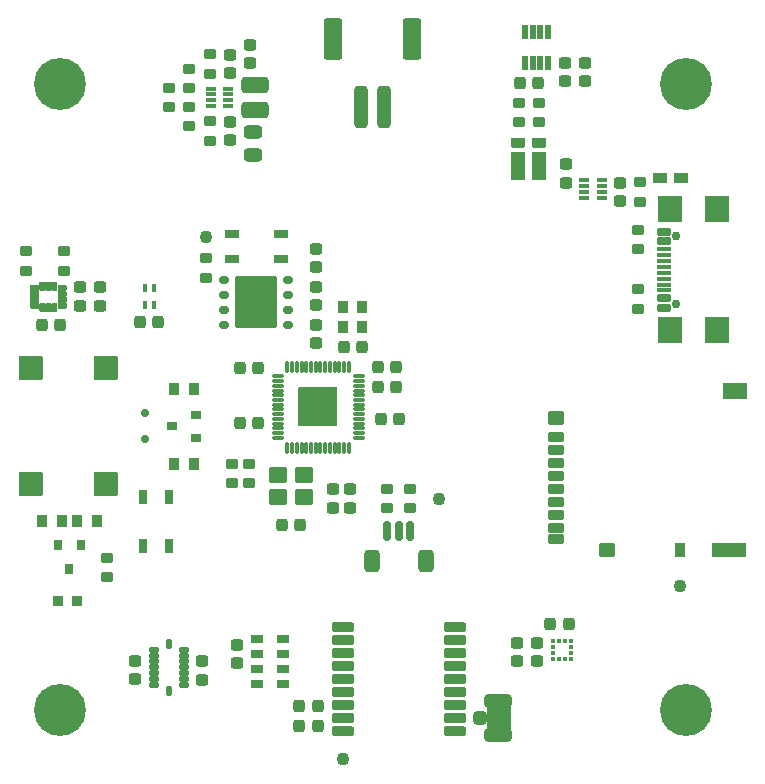
<source format=gbr>
%TF.GenerationSoftware,KiCad,Pcbnew,8.0.4*%
%TF.CreationDate,2024-10-29T22:25:36-05:00*%
%TF.ProjectId,flight-computer-lite,666c6967-6874-42d6-936f-6d7075746572,rev?*%
%TF.SameCoordinates,PX1312d00PY1312d00*%
%TF.FileFunction,Soldermask,Top*%
%TF.FilePolarity,Negative*%
%FSLAX46Y46*%
G04 Gerber Fmt 4.6, Leading zero omitted, Abs format (unit mm)*
G04 Created by KiCad (PCBNEW 8.0.4) date 2024-10-29 22:25:36*
%MOMM*%
%LPD*%
G01*
G04 APERTURE LIST*
G04 Aperture macros list*
%AMRoundRect*
0 Rectangle with rounded corners*
0 $1 Rounding radius*
0 $2 $3 $4 $5 $6 $7 $8 $9 X,Y pos of 4 corners*
0 Add a 4 corners polygon primitive as box body*
4,1,4,$2,$3,$4,$5,$6,$7,$8,$9,$2,$3,0*
0 Add four circle primitives for the rounded corners*
1,1,$1+$1,$2,$3*
1,1,$1+$1,$4,$5*
1,1,$1+$1,$6,$7*
1,1,$1+$1,$8,$9*
0 Add four rect primitives between the rounded corners*
20,1,$1+$1,$2,$3,$4,$5,0*
20,1,$1+$1,$4,$5,$6,$7,0*
20,1,$1+$1,$6,$7,$8,$9,0*
20,1,$1+$1,$8,$9,$2,$3,0*%
G04 Aperture macros list end*
%ADD10C,0.010000*%
%ADD11C,0.751600*%
%ADD12RoundRect,0.175400X0.450400X-0.175400X0.450400X0.175400X-0.450400X0.175400X-0.450400X-0.175400X0*%
%ADD13RoundRect,0.100400X0.525400X-0.100400X0.525400X0.100400X-0.525400X0.100400X-0.525400X-0.100400X0*%
%ADD14RoundRect,0.262700X0.788100X-0.878100X0.788100X0.878100X-0.788100X0.878100X-0.788100X-0.878100X0*%
%ADD15RoundRect,0.200400X-0.750400X-0.200400X0.750400X-0.200400X0.750400X0.200400X-0.750400X0.200400X0*%
%ADD16RoundRect,0.225400X-0.725400X-0.225400X0.725400X-0.225400X0.725400X0.225400X-0.725400X0.225400X0*%
%ADD17RoundRect,0.250400X0.275400X-0.250400X0.275400X0.250400X-0.275400X0.250400X-0.275400X-0.250400X0*%
%ADD18RoundRect,0.050800X0.700000X-0.600000X0.700000X0.600000X-0.700000X0.600000X-0.700000X-0.600000X0*%
%ADD19RoundRect,0.050800X0.500000X-0.400000X0.500000X0.400000X-0.500000X0.400000X-0.500000X-0.400000X0*%
%ADD20RoundRect,0.225400X0.300400X-0.225400X0.300400X0.225400X-0.300400X0.225400X-0.300400X-0.225400X0*%
%ADD21RoundRect,0.225400X-0.225400X-0.300400X0.225400X-0.300400X0.225400X0.300400X-0.225400X0.300400X0*%
%ADD22C,1.101600*%
%ADD23RoundRect,0.250400X-0.250400X-0.275400X0.250400X-0.275400X0.250400X0.275400X-0.250400X0.275400X0*%
%ADD24RoundRect,0.225400X-0.300400X0.225400X-0.300400X-0.225400X0.300400X-0.225400X0.300400X0.225400X0*%
%ADD25RoundRect,0.275400X-0.500400X0.275400X-0.500400X-0.275400X0.500400X-0.275400X0.500400X0.275400X0*%
%ADD26RoundRect,0.050800X0.525000X0.325000X-0.525000X0.325000X-0.525000X-0.325000X0.525000X-0.325000X0*%
%ADD27RoundRect,0.150400X-0.275400X-0.150400X0.275400X-0.150400X0.275400X0.150400X-0.275400X0.150400X0*%
%ADD28RoundRect,0.050800X-1.700000X-2.150000X1.700000X-2.150000X1.700000X2.150000X-1.700000X2.150000X0*%
%ADD29RoundRect,0.050800X-0.125000X0.137500X-0.125000X-0.137500X0.125000X-0.137500X0.125000X0.137500X0*%
%ADD30RoundRect,0.050800X-0.137500X-0.125000X0.137500X-0.125000X0.137500X0.125000X-0.137500X0.125000X0*%
%ADD31RoundRect,0.050800X-0.475000X-0.275000X0.475000X-0.275000X0.475000X0.275000X-0.475000X0.275000X0*%
%ADD32RoundRect,0.250400X-0.275400X0.250400X-0.275400X-0.250400X0.275400X-0.250400X0.275400X0.250400X0*%
%ADD33RoundRect,0.225400X0.225400X0.300400X-0.225400X0.300400X-0.225400X-0.300400X0.225400X-0.300400X0*%
%ADD34C,4.401600*%
%ADD35RoundRect,0.250400X0.250400X0.275400X-0.250400X0.275400X-0.250400X-0.275400X0.250400X-0.275400X0*%
%ADD36RoundRect,0.175400X0.175400X0.650400X-0.175400X0.650400X-0.175400X-0.650400X0.175400X-0.650400X0*%
%ADD37RoundRect,0.271166X0.379634X0.679634X-0.379634X0.679634X-0.379634X-0.679634X0.379634X-0.679634X0*%
%ADD38RoundRect,0.050800X0.335000X0.150000X-0.335000X0.150000X-0.335000X-0.150000X0.335000X-0.150000X0*%
%ADD39RoundRect,0.050800X-0.325000X0.525000X-0.325000X-0.525000X0.325000X-0.525000X0.325000X0.525000X0*%
%ADD40RoundRect,0.050800X-0.400000X0.375000X-0.400000X-0.375000X0.400000X-0.375000X0.400000X0.375000X0*%
%ADD41RoundRect,0.050800X-0.335000X-0.150000X0.335000X-0.150000X0.335000X0.150000X-0.335000X0.150000X0*%
%ADD42RoundRect,0.050800X-0.150000X0.250000X-0.150000X-0.250000X0.150000X-0.250000X0.150000X0.250000X0*%
%ADD43RoundRect,0.050800X0.507000X-0.381000X0.507000X0.381000X-0.507000X0.381000X-0.507000X-0.381000X0*%
%ADD44RoundRect,0.050800X-0.507000X-1.145000X0.507000X-1.145000X0.507000X1.145000X-0.507000X1.145000X0*%
%ADD45RoundRect,0.050800X0.600000X-0.350000X0.600000X0.350000X-0.600000X0.350000X-0.600000X-0.350000X0*%
%ADD46RoundRect,0.050800X0.400000X-0.500000X0.400000X0.500000X-0.400000X0.500000X-0.400000X-0.500000X0*%
%ADD47RoundRect,0.050800X0.600000X-0.500000X0.600000X0.500000X-0.600000X0.500000X-0.600000X-0.500000X0*%
%ADD48RoundRect,0.050800X1.400000X-0.500000X1.400000X0.500000X-1.400000X0.500000X-1.400000X-0.500000X0*%
%ADD49RoundRect,0.050800X0.950000X-0.650000X0.950000X0.650000X-0.950000X0.650000X-0.950000X-0.650000X0*%
%ADD50RoundRect,0.050800X0.225000X-0.525000X0.225000X0.525000X-0.225000X0.525000X-0.225000X-0.525000X0*%
%ADD51RoundRect,0.150400X-0.150400X0.150400X-0.150400X-0.150400X0.150400X-0.150400X0.150400X0.150400X0*%
%ADD52RoundRect,0.275400X0.275400X1.525400X-0.275400X1.525400X-0.275400X-1.525400X0.275400X-1.525400X0*%
%ADD53RoundRect,0.266934X0.533866X1.483866X-0.533866X1.483866X-0.533866X-1.483866X0.533866X-1.483866X0*%
%ADD54RoundRect,0.050800X0.300000X0.350000X-0.300000X0.350000X-0.300000X-0.350000X0.300000X-0.350000X0*%
%ADD55RoundRect,0.270320X-0.880480X0.405480X-0.880480X-0.405480X0.880480X-0.405480X0.880480X0.405480X0*%
%ADD56RoundRect,0.075400X-0.412900X-0.075400X0.412900X-0.075400X0.412900X0.075400X-0.412900X0.075400X0*%
%ADD57RoundRect,0.075400X-0.075400X-0.412900X0.075400X-0.412900X0.075400X0.412900X-0.075400X0.412900X0*%
%ADD58RoundRect,0.050800X-1.600000X-1.600000X1.600000X-1.600000X1.600000X1.600000X-1.600000X1.600000X0*%
%ADD59RoundRect,0.275400X-0.300400X-0.275400X0.300400X-0.275400X0.300400X0.275400X-0.300400X0.275400X0*%
%ADD60RoundRect,0.274190X-0.876610X-0.301610X0.876610X-0.301610X0.876610X0.301610X-0.876610X0.301610X0*%
%ADD61RoundRect,0.102000X0.337500X-0.125000X0.337500X0.125000X-0.337500X0.125000X-0.337500X-0.125000X0*%
%ADD62RoundRect,0.102000X0.125000X-0.337500X0.125000X0.337500X-0.125000X0.337500X-0.125000X-0.337500X0*%
%ADD63RoundRect,0.050800X0.350000X-0.300000X0.350000X0.300000X-0.350000X0.300000X-0.350000X-0.300000X0*%
%ADD64RoundRect,0.262700X0.788100X0.788100X-0.788100X0.788100X-0.788100X-0.788100X0.788100X-0.788100X0*%
G04 APERTURE END LIST*
D10*
%TO.C,U3*%
X4068000Y-23026000D02*
X4075000Y-23027000D01*
X4081000Y-23028000D01*
X4087000Y-23029000D01*
X4094000Y-23031000D01*
X4100000Y-23033000D01*
X4106000Y-23036000D01*
X4112000Y-23039000D01*
X4118000Y-23042000D01*
X4123000Y-23045000D01*
X4128000Y-23049000D01*
X4134000Y-23053000D01*
X4139000Y-23057000D01*
X4143000Y-23062000D01*
X4148000Y-23066000D01*
X4152000Y-23071000D01*
X4156000Y-23077000D01*
X4160000Y-23082000D01*
X4163000Y-23088000D01*
X4166000Y-23093000D01*
X4169000Y-23099000D01*
X4172000Y-23105000D01*
X4174000Y-23111000D01*
X4176000Y-23118000D01*
X4177000Y-23124000D01*
X4178000Y-23130000D01*
X4179000Y-23137000D01*
X4180000Y-23143000D01*
X4180000Y-23150000D01*
X4180000Y-23350000D01*
X4180000Y-23357000D01*
X4179000Y-23363000D01*
X4178000Y-23370000D01*
X4177000Y-23376000D01*
X4176000Y-23382000D01*
X4174000Y-23389000D01*
X4172000Y-23395000D01*
X4169000Y-23401000D01*
X4166000Y-23407000D01*
X4163000Y-23412000D01*
X4160000Y-23418000D01*
X4156000Y-23423000D01*
X4152000Y-23429000D01*
X4148000Y-23434000D01*
X4143000Y-23438000D01*
X4139000Y-23443000D01*
X4134000Y-23447000D01*
X4128000Y-23451000D01*
X4123000Y-23455000D01*
X4118000Y-23458000D01*
X4112000Y-23461000D01*
X4106000Y-23464000D01*
X4100000Y-23467000D01*
X4094000Y-23469000D01*
X4087000Y-23471000D01*
X4081000Y-23472000D01*
X4075000Y-23473000D01*
X4068000Y-23474000D01*
X4062000Y-23475000D01*
X4055000Y-23475000D01*
X3615000Y-23475000D01*
X3608000Y-23475000D01*
X3602000Y-23474000D01*
X3595000Y-23473000D01*
X3589000Y-23472000D01*
X3583000Y-23471000D01*
X3576000Y-23469000D01*
X3570000Y-23467000D01*
X3564000Y-23464000D01*
X3558000Y-23461000D01*
X3552000Y-23458000D01*
X3547000Y-23455000D01*
X3542000Y-23451000D01*
X3536000Y-23447000D01*
X3531000Y-23443000D01*
X3527000Y-23438000D01*
X3522000Y-23434000D01*
X3518000Y-23429000D01*
X3514000Y-23423000D01*
X3510000Y-23418000D01*
X3507000Y-23412000D01*
X3504000Y-23407000D01*
X3501000Y-23401000D01*
X3498000Y-23395000D01*
X3496000Y-23389000D01*
X3494000Y-23382000D01*
X3493000Y-23376000D01*
X3492000Y-23370000D01*
X3491000Y-23363000D01*
X3490000Y-23357000D01*
X3490000Y-23350000D01*
X3490000Y-23150000D01*
X3490000Y-23143000D01*
X3491000Y-23137000D01*
X3492000Y-23130000D01*
X3493000Y-23124000D01*
X3494000Y-23118000D01*
X3496000Y-23111000D01*
X3498000Y-23105000D01*
X3501000Y-23099000D01*
X3504000Y-23093000D01*
X3507000Y-23088000D01*
X3510000Y-23082000D01*
X3514000Y-23077000D01*
X3518000Y-23071000D01*
X3522000Y-23066000D01*
X3527000Y-23062000D01*
X3531000Y-23057000D01*
X3536000Y-23053000D01*
X3542000Y-23049000D01*
X3547000Y-23045000D01*
X3552000Y-23042000D01*
X3558000Y-23039000D01*
X3564000Y-23036000D01*
X3570000Y-23033000D01*
X3576000Y-23031000D01*
X3583000Y-23029000D01*
X3589000Y-23028000D01*
X3595000Y-23027000D01*
X3602000Y-23026000D01*
X3608000Y-23025000D01*
X3615000Y-23025000D01*
X4055000Y-23025000D01*
X4062000Y-23025000D01*
X4068000Y-23026000D01*
G36*
X4068000Y-23026000D02*
G01*
X4075000Y-23027000D01*
X4081000Y-23028000D01*
X4087000Y-23029000D01*
X4094000Y-23031000D01*
X4100000Y-23033000D01*
X4106000Y-23036000D01*
X4112000Y-23039000D01*
X4118000Y-23042000D01*
X4123000Y-23045000D01*
X4128000Y-23049000D01*
X4134000Y-23053000D01*
X4139000Y-23057000D01*
X4143000Y-23062000D01*
X4148000Y-23066000D01*
X4152000Y-23071000D01*
X4156000Y-23077000D01*
X4160000Y-23082000D01*
X4163000Y-23088000D01*
X4166000Y-23093000D01*
X4169000Y-23099000D01*
X4172000Y-23105000D01*
X4174000Y-23111000D01*
X4176000Y-23118000D01*
X4177000Y-23124000D01*
X4178000Y-23130000D01*
X4179000Y-23137000D01*
X4180000Y-23143000D01*
X4180000Y-23150000D01*
X4180000Y-23350000D01*
X4180000Y-23357000D01*
X4179000Y-23363000D01*
X4178000Y-23370000D01*
X4177000Y-23376000D01*
X4176000Y-23382000D01*
X4174000Y-23389000D01*
X4172000Y-23395000D01*
X4169000Y-23401000D01*
X4166000Y-23407000D01*
X4163000Y-23412000D01*
X4160000Y-23418000D01*
X4156000Y-23423000D01*
X4152000Y-23429000D01*
X4148000Y-23434000D01*
X4143000Y-23438000D01*
X4139000Y-23443000D01*
X4134000Y-23447000D01*
X4128000Y-23451000D01*
X4123000Y-23455000D01*
X4118000Y-23458000D01*
X4112000Y-23461000D01*
X4106000Y-23464000D01*
X4100000Y-23467000D01*
X4094000Y-23469000D01*
X4087000Y-23471000D01*
X4081000Y-23472000D01*
X4075000Y-23473000D01*
X4068000Y-23474000D01*
X4062000Y-23475000D01*
X4055000Y-23475000D01*
X3615000Y-23475000D01*
X3608000Y-23475000D01*
X3602000Y-23474000D01*
X3595000Y-23473000D01*
X3589000Y-23472000D01*
X3583000Y-23471000D01*
X3576000Y-23469000D01*
X3570000Y-23467000D01*
X3564000Y-23464000D01*
X3558000Y-23461000D01*
X3552000Y-23458000D01*
X3547000Y-23455000D01*
X3542000Y-23451000D01*
X3536000Y-23447000D01*
X3531000Y-23443000D01*
X3527000Y-23438000D01*
X3522000Y-23434000D01*
X3518000Y-23429000D01*
X3514000Y-23423000D01*
X3510000Y-23418000D01*
X3507000Y-23412000D01*
X3504000Y-23407000D01*
X3501000Y-23401000D01*
X3498000Y-23395000D01*
X3496000Y-23389000D01*
X3494000Y-23382000D01*
X3493000Y-23376000D01*
X3492000Y-23370000D01*
X3491000Y-23363000D01*
X3490000Y-23357000D01*
X3490000Y-23350000D01*
X3490000Y-23150000D01*
X3490000Y-23143000D01*
X3491000Y-23137000D01*
X3492000Y-23130000D01*
X3493000Y-23124000D01*
X3494000Y-23118000D01*
X3496000Y-23111000D01*
X3498000Y-23105000D01*
X3501000Y-23099000D01*
X3504000Y-23093000D01*
X3507000Y-23088000D01*
X3510000Y-23082000D01*
X3514000Y-23077000D01*
X3518000Y-23071000D01*
X3522000Y-23066000D01*
X3527000Y-23062000D01*
X3531000Y-23057000D01*
X3536000Y-23053000D01*
X3542000Y-23049000D01*
X3547000Y-23045000D01*
X3552000Y-23042000D01*
X3558000Y-23039000D01*
X3564000Y-23036000D01*
X3570000Y-23033000D01*
X3576000Y-23031000D01*
X3583000Y-23029000D01*
X3589000Y-23028000D01*
X3595000Y-23027000D01*
X3602000Y-23026000D01*
X3608000Y-23025000D01*
X3615000Y-23025000D01*
X4055000Y-23025000D01*
X4062000Y-23025000D01*
X4068000Y-23026000D01*
G37*
X4068000Y-23526000D02*
X4075000Y-23527000D01*
X4081000Y-23528000D01*
X4087000Y-23529000D01*
X4094000Y-23531000D01*
X4100000Y-23533000D01*
X4106000Y-23536000D01*
X4112000Y-23539000D01*
X4118000Y-23542000D01*
X4123000Y-23545000D01*
X4128000Y-23549000D01*
X4134000Y-23553000D01*
X4139000Y-23557000D01*
X4143000Y-23562000D01*
X4148000Y-23566000D01*
X4152000Y-23571000D01*
X4156000Y-23577000D01*
X4160000Y-23582000D01*
X4163000Y-23588000D01*
X4166000Y-23593000D01*
X4169000Y-23599000D01*
X4172000Y-23605000D01*
X4174000Y-23611000D01*
X4176000Y-23618000D01*
X4177000Y-23624000D01*
X4178000Y-23630000D01*
X4179000Y-23637000D01*
X4180000Y-23643000D01*
X4180000Y-23650000D01*
X4180000Y-23850000D01*
X4180000Y-23857000D01*
X4179000Y-23863000D01*
X4178000Y-23870000D01*
X4177000Y-23876000D01*
X4176000Y-23882000D01*
X4174000Y-23889000D01*
X4172000Y-23895000D01*
X4169000Y-23901000D01*
X4166000Y-23907000D01*
X4163000Y-23912000D01*
X4160000Y-23918000D01*
X4156000Y-23923000D01*
X4152000Y-23929000D01*
X4148000Y-23934000D01*
X4143000Y-23938000D01*
X4139000Y-23943000D01*
X4134000Y-23947000D01*
X4128000Y-23951000D01*
X4123000Y-23955000D01*
X4118000Y-23958000D01*
X4112000Y-23961000D01*
X4106000Y-23964000D01*
X4100000Y-23967000D01*
X4094000Y-23969000D01*
X4087000Y-23971000D01*
X4081000Y-23972000D01*
X4075000Y-23973000D01*
X4068000Y-23974000D01*
X4062000Y-23975000D01*
X4055000Y-23975000D01*
X3615000Y-23975000D01*
X3608000Y-23975000D01*
X3602000Y-23974000D01*
X3595000Y-23973000D01*
X3589000Y-23972000D01*
X3583000Y-23971000D01*
X3576000Y-23969000D01*
X3570000Y-23967000D01*
X3564000Y-23964000D01*
X3558000Y-23961000D01*
X3552000Y-23958000D01*
X3547000Y-23955000D01*
X3542000Y-23951000D01*
X3536000Y-23947000D01*
X3531000Y-23943000D01*
X3527000Y-23938000D01*
X3522000Y-23934000D01*
X3518000Y-23929000D01*
X3514000Y-23923000D01*
X3510000Y-23918000D01*
X3507000Y-23912000D01*
X3504000Y-23907000D01*
X3501000Y-23901000D01*
X3498000Y-23895000D01*
X3496000Y-23889000D01*
X3494000Y-23882000D01*
X3493000Y-23876000D01*
X3492000Y-23870000D01*
X3491000Y-23863000D01*
X3490000Y-23857000D01*
X3490000Y-23850000D01*
X3490000Y-23650000D01*
X3490000Y-23643000D01*
X3491000Y-23637000D01*
X3492000Y-23630000D01*
X3493000Y-23624000D01*
X3494000Y-23618000D01*
X3496000Y-23611000D01*
X3498000Y-23605000D01*
X3501000Y-23599000D01*
X3504000Y-23593000D01*
X3507000Y-23588000D01*
X3510000Y-23582000D01*
X3514000Y-23577000D01*
X3518000Y-23571000D01*
X3522000Y-23566000D01*
X3527000Y-23562000D01*
X3531000Y-23557000D01*
X3536000Y-23553000D01*
X3542000Y-23549000D01*
X3547000Y-23545000D01*
X3552000Y-23542000D01*
X3558000Y-23539000D01*
X3564000Y-23536000D01*
X3570000Y-23533000D01*
X3576000Y-23531000D01*
X3583000Y-23529000D01*
X3589000Y-23528000D01*
X3595000Y-23527000D01*
X3602000Y-23526000D01*
X3608000Y-23525000D01*
X3615000Y-23525000D01*
X4055000Y-23525000D01*
X4062000Y-23525000D01*
X4068000Y-23526000D01*
G36*
X4068000Y-23526000D02*
G01*
X4075000Y-23527000D01*
X4081000Y-23528000D01*
X4087000Y-23529000D01*
X4094000Y-23531000D01*
X4100000Y-23533000D01*
X4106000Y-23536000D01*
X4112000Y-23539000D01*
X4118000Y-23542000D01*
X4123000Y-23545000D01*
X4128000Y-23549000D01*
X4134000Y-23553000D01*
X4139000Y-23557000D01*
X4143000Y-23562000D01*
X4148000Y-23566000D01*
X4152000Y-23571000D01*
X4156000Y-23577000D01*
X4160000Y-23582000D01*
X4163000Y-23588000D01*
X4166000Y-23593000D01*
X4169000Y-23599000D01*
X4172000Y-23605000D01*
X4174000Y-23611000D01*
X4176000Y-23618000D01*
X4177000Y-23624000D01*
X4178000Y-23630000D01*
X4179000Y-23637000D01*
X4180000Y-23643000D01*
X4180000Y-23650000D01*
X4180000Y-23850000D01*
X4180000Y-23857000D01*
X4179000Y-23863000D01*
X4178000Y-23870000D01*
X4177000Y-23876000D01*
X4176000Y-23882000D01*
X4174000Y-23889000D01*
X4172000Y-23895000D01*
X4169000Y-23901000D01*
X4166000Y-23907000D01*
X4163000Y-23912000D01*
X4160000Y-23918000D01*
X4156000Y-23923000D01*
X4152000Y-23929000D01*
X4148000Y-23934000D01*
X4143000Y-23938000D01*
X4139000Y-23943000D01*
X4134000Y-23947000D01*
X4128000Y-23951000D01*
X4123000Y-23955000D01*
X4118000Y-23958000D01*
X4112000Y-23961000D01*
X4106000Y-23964000D01*
X4100000Y-23967000D01*
X4094000Y-23969000D01*
X4087000Y-23971000D01*
X4081000Y-23972000D01*
X4075000Y-23973000D01*
X4068000Y-23974000D01*
X4062000Y-23975000D01*
X4055000Y-23975000D01*
X3615000Y-23975000D01*
X3608000Y-23975000D01*
X3602000Y-23974000D01*
X3595000Y-23973000D01*
X3589000Y-23972000D01*
X3583000Y-23971000D01*
X3576000Y-23969000D01*
X3570000Y-23967000D01*
X3564000Y-23964000D01*
X3558000Y-23961000D01*
X3552000Y-23958000D01*
X3547000Y-23955000D01*
X3542000Y-23951000D01*
X3536000Y-23947000D01*
X3531000Y-23943000D01*
X3527000Y-23938000D01*
X3522000Y-23934000D01*
X3518000Y-23929000D01*
X3514000Y-23923000D01*
X3510000Y-23918000D01*
X3507000Y-23912000D01*
X3504000Y-23907000D01*
X3501000Y-23901000D01*
X3498000Y-23895000D01*
X3496000Y-23889000D01*
X3494000Y-23882000D01*
X3493000Y-23876000D01*
X3492000Y-23870000D01*
X3491000Y-23863000D01*
X3490000Y-23857000D01*
X3490000Y-23850000D01*
X3490000Y-23650000D01*
X3490000Y-23643000D01*
X3491000Y-23637000D01*
X3492000Y-23630000D01*
X3493000Y-23624000D01*
X3494000Y-23618000D01*
X3496000Y-23611000D01*
X3498000Y-23605000D01*
X3501000Y-23599000D01*
X3504000Y-23593000D01*
X3507000Y-23588000D01*
X3510000Y-23582000D01*
X3514000Y-23577000D01*
X3518000Y-23571000D01*
X3522000Y-23566000D01*
X3527000Y-23562000D01*
X3531000Y-23557000D01*
X3536000Y-23553000D01*
X3542000Y-23549000D01*
X3547000Y-23545000D01*
X3552000Y-23542000D01*
X3558000Y-23539000D01*
X3564000Y-23536000D01*
X3570000Y-23533000D01*
X3576000Y-23531000D01*
X3583000Y-23529000D01*
X3589000Y-23528000D01*
X3595000Y-23527000D01*
X3602000Y-23526000D01*
X3608000Y-23525000D01*
X3615000Y-23525000D01*
X4055000Y-23525000D01*
X4062000Y-23525000D01*
X4068000Y-23526000D01*
G37*
X4068000Y-24026000D02*
X4075000Y-24027000D01*
X4081000Y-24028000D01*
X4087000Y-24029000D01*
X4094000Y-24031000D01*
X4100000Y-24033000D01*
X4106000Y-24036000D01*
X4112000Y-24039000D01*
X4118000Y-24042000D01*
X4123000Y-24045000D01*
X4128000Y-24049000D01*
X4134000Y-24053000D01*
X4139000Y-24057000D01*
X4143000Y-24062000D01*
X4148000Y-24066000D01*
X4152000Y-24071000D01*
X4156000Y-24077000D01*
X4160000Y-24082000D01*
X4163000Y-24088000D01*
X4166000Y-24093000D01*
X4169000Y-24099000D01*
X4172000Y-24105000D01*
X4174000Y-24111000D01*
X4176000Y-24118000D01*
X4177000Y-24124000D01*
X4178000Y-24130000D01*
X4179000Y-24137000D01*
X4180000Y-24143000D01*
X4180000Y-24150000D01*
X4180000Y-24350000D01*
X4180000Y-24357000D01*
X4179000Y-24363000D01*
X4178000Y-24370000D01*
X4177000Y-24376000D01*
X4176000Y-24382000D01*
X4174000Y-24389000D01*
X4172000Y-24395000D01*
X4169000Y-24401000D01*
X4166000Y-24407000D01*
X4163000Y-24412000D01*
X4160000Y-24418000D01*
X4156000Y-24423000D01*
X4152000Y-24429000D01*
X4148000Y-24434000D01*
X4143000Y-24438000D01*
X4139000Y-24443000D01*
X4134000Y-24447000D01*
X4128000Y-24451000D01*
X4123000Y-24455000D01*
X4118000Y-24458000D01*
X4112000Y-24461000D01*
X4106000Y-24464000D01*
X4100000Y-24467000D01*
X4094000Y-24469000D01*
X4087000Y-24471000D01*
X4081000Y-24472000D01*
X4075000Y-24473000D01*
X4068000Y-24474000D01*
X4062000Y-24475000D01*
X4055000Y-24475000D01*
X3615000Y-24475000D01*
X3608000Y-24475000D01*
X3602000Y-24474000D01*
X3595000Y-24473000D01*
X3589000Y-24472000D01*
X3583000Y-24471000D01*
X3576000Y-24469000D01*
X3570000Y-24467000D01*
X3564000Y-24464000D01*
X3558000Y-24461000D01*
X3552000Y-24458000D01*
X3547000Y-24455000D01*
X3542000Y-24451000D01*
X3536000Y-24447000D01*
X3531000Y-24443000D01*
X3527000Y-24438000D01*
X3522000Y-24434000D01*
X3518000Y-24429000D01*
X3514000Y-24423000D01*
X3510000Y-24418000D01*
X3507000Y-24412000D01*
X3504000Y-24407000D01*
X3501000Y-24401000D01*
X3498000Y-24395000D01*
X3496000Y-24389000D01*
X3494000Y-24382000D01*
X3493000Y-24376000D01*
X3492000Y-24370000D01*
X3491000Y-24363000D01*
X3490000Y-24357000D01*
X3490000Y-24350000D01*
X3490000Y-24150000D01*
X3490000Y-24143000D01*
X3491000Y-24137000D01*
X3492000Y-24130000D01*
X3493000Y-24124000D01*
X3494000Y-24118000D01*
X3496000Y-24111000D01*
X3498000Y-24105000D01*
X3501000Y-24099000D01*
X3504000Y-24093000D01*
X3507000Y-24088000D01*
X3510000Y-24082000D01*
X3514000Y-24077000D01*
X3518000Y-24071000D01*
X3522000Y-24066000D01*
X3527000Y-24062000D01*
X3531000Y-24057000D01*
X3536000Y-24053000D01*
X3542000Y-24049000D01*
X3547000Y-24045000D01*
X3552000Y-24042000D01*
X3558000Y-24039000D01*
X3564000Y-24036000D01*
X3570000Y-24033000D01*
X3576000Y-24031000D01*
X3583000Y-24029000D01*
X3589000Y-24028000D01*
X3595000Y-24027000D01*
X3602000Y-24026000D01*
X3608000Y-24025000D01*
X3615000Y-24025000D01*
X4055000Y-24025000D01*
X4062000Y-24025000D01*
X4068000Y-24026000D01*
G36*
X4068000Y-24026000D02*
G01*
X4075000Y-24027000D01*
X4081000Y-24028000D01*
X4087000Y-24029000D01*
X4094000Y-24031000D01*
X4100000Y-24033000D01*
X4106000Y-24036000D01*
X4112000Y-24039000D01*
X4118000Y-24042000D01*
X4123000Y-24045000D01*
X4128000Y-24049000D01*
X4134000Y-24053000D01*
X4139000Y-24057000D01*
X4143000Y-24062000D01*
X4148000Y-24066000D01*
X4152000Y-24071000D01*
X4156000Y-24077000D01*
X4160000Y-24082000D01*
X4163000Y-24088000D01*
X4166000Y-24093000D01*
X4169000Y-24099000D01*
X4172000Y-24105000D01*
X4174000Y-24111000D01*
X4176000Y-24118000D01*
X4177000Y-24124000D01*
X4178000Y-24130000D01*
X4179000Y-24137000D01*
X4180000Y-24143000D01*
X4180000Y-24150000D01*
X4180000Y-24350000D01*
X4180000Y-24357000D01*
X4179000Y-24363000D01*
X4178000Y-24370000D01*
X4177000Y-24376000D01*
X4176000Y-24382000D01*
X4174000Y-24389000D01*
X4172000Y-24395000D01*
X4169000Y-24401000D01*
X4166000Y-24407000D01*
X4163000Y-24412000D01*
X4160000Y-24418000D01*
X4156000Y-24423000D01*
X4152000Y-24429000D01*
X4148000Y-24434000D01*
X4143000Y-24438000D01*
X4139000Y-24443000D01*
X4134000Y-24447000D01*
X4128000Y-24451000D01*
X4123000Y-24455000D01*
X4118000Y-24458000D01*
X4112000Y-24461000D01*
X4106000Y-24464000D01*
X4100000Y-24467000D01*
X4094000Y-24469000D01*
X4087000Y-24471000D01*
X4081000Y-24472000D01*
X4075000Y-24473000D01*
X4068000Y-24474000D01*
X4062000Y-24475000D01*
X4055000Y-24475000D01*
X3615000Y-24475000D01*
X3608000Y-24475000D01*
X3602000Y-24474000D01*
X3595000Y-24473000D01*
X3589000Y-24472000D01*
X3583000Y-24471000D01*
X3576000Y-24469000D01*
X3570000Y-24467000D01*
X3564000Y-24464000D01*
X3558000Y-24461000D01*
X3552000Y-24458000D01*
X3547000Y-24455000D01*
X3542000Y-24451000D01*
X3536000Y-24447000D01*
X3531000Y-24443000D01*
X3527000Y-24438000D01*
X3522000Y-24434000D01*
X3518000Y-24429000D01*
X3514000Y-24423000D01*
X3510000Y-24418000D01*
X3507000Y-24412000D01*
X3504000Y-24407000D01*
X3501000Y-24401000D01*
X3498000Y-24395000D01*
X3496000Y-24389000D01*
X3494000Y-24382000D01*
X3493000Y-24376000D01*
X3492000Y-24370000D01*
X3491000Y-24363000D01*
X3490000Y-24357000D01*
X3490000Y-24350000D01*
X3490000Y-24150000D01*
X3490000Y-24143000D01*
X3491000Y-24137000D01*
X3492000Y-24130000D01*
X3493000Y-24124000D01*
X3494000Y-24118000D01*
X3496000Y-24111000D01*
X3498000Y-24105000D01*
X3501000Y-24099000D01*
X3504000Y-24093000D01*
X3507000Y-24088000D01*
X3510000Y-24082000D01*
X3514000Y-24077000D01*
X3518000Y-24071000D01*
X3522000Y-24066000D01*
X3527000Y-24062000D01*
X3531000Y-24057000D01*
X3536000Y-24053000D01*
X3542000Y-24049000D01*
X3547000Y-24045000D01*
X3552000Y-24042000D01*
X3558000Y-24039000D01*
X3564000Y-24036000D01*
X3570000Y-24033000D01*
X3576000Y-24031000D01*
X3583000Y-24029000D01*
X3589000Y-24028000D01*
X3595000Y-24027000D01*
X3602000Y-24026000D01*
X3608000Y-24025000D01*
X3615000Y-24025000D01*
X4055000Y-24025000D01*
X4062000Y-24025000D01*
X4068000Y-24026000D01*
G37*
X4068000Y-24526000D02*
X4075000Y-24527000D01*
X4081000Y-24528000D01*
X4087000Y-24529000D01*
X4094000Y-24531000D01*
X4100000Y-24533000D01*
X4106000Y-24536000D01*
X4112000Y-24539000D01*
X4118000Y-24542000D01*
X4123000Y-24545000D01*
X4128000Y-24549000D01*
X4134000Y-24553000D01*
X4139000Y-24557000D01*
X4143000Y-24562000D01*
X4148000Y-24566000D01*
X4152000Y-24571000D01*
X4156000Y-24577000D01*
X4160000Y-24582000D01*
X4163000Y-24588000D01*
X4166000Y-24593000D01*
X4169000Y-24599000D01*
X4172000Y-24605000D01*
X4174000Y-24611000D01*
X4176000Y-24618000D01*
X4177000Y-24624000D01*
X4178000Y-24630000D01*
X4179000Y-24637000D01*
X4180000Y-24643000D01*
X4180000Y-24650000D01*
X4180000Y-24850000D01*
X4180000Y-24857000D01*
X4179000Y-24863000D01*
X4178000Y-24870000D01*
X4177000Y-24876000D01*
X4176000Y-24882000D01*
X4174000Y-24889000D01*
X4172000Y-24895000D01*
X4169000Y-24901000D01*
X4166000Y-24907000D01*
X4163000Y-24912000D01*
X4160000Y-24918000D01*
X4156000Y-24923000D01*
X4152000Y-24929000D01*
X4148000Y-24934000D01*
X4143000Y-24938000D01*
X4139000Y-24943000D01*
X4134000Y-24947000D01*
X4128000Y-24951000D01*
X4123000Y-24955000D01*
X4118000Y-24958000D01*
X4112000Y-24961000D01*
X4106000Y-24964000D01*
X4100000Y-24967000D01*
X4094000Y-24969000D01*
X4087000Y-24971000D01*
X4081000Y-24972000D01*
X4075000Y-24973000D01*
X4068000Y-24974000D01*
X4062000Y-24975000D01*
X4055000Y-24975000D01*
X3615000Y-24975000D01*
X3608000Y-24975000D01*
X3602000Y-24974000D01*
X3595000Y-24973000D01*
X3589000Y-24972000D01*
X3583000Y-24971000D01*
X3576000Y-24969000D01*
X3570000Y-24967000D01*
X3564000Y-24964000D01*
X3558000Y-24961000D01*
X3552000Y-24958000D01*
X3547000Y-24955000D01*
X3542000Y-24951000D01*
X3536000Y-24947000D01*
X3531000Y-24943000D01*
X3527000Y-24938000D01*
X3522000Y-24934000D01*
X3518000Y-24929000D01*
X3514000Y-24923000D01*
X3510000Y-24918000D01*
X3507000Y-24912000D01*
X3504000Y-24907000D01*
X3501000Y-24901000D01*
X3498000Y-24895000D01*
X3496000Y-24889000D01*
X3494000Y-24882000D01*
X3493000Y-24876000D01*
X3492000Y-24870000D01*
X3491000Y-24863000D01*
X3490000Y-24857000D01*
X3490000Y-24850000D01*
X3490000Y-24650000D01*
X3490000Y-24643000D01*
X3491000Y-24637000D01*
X3492000Y-24630000D01*
X3493000Y-24624000D01*
X3494000Y-24618000D01*
X3496000Y-24611000D01*
X3498000Y-24605000D01*
X3501000Y-24599000D01*
X3504000Y-24593000D01*
X3507000Y-24588000D01*
X3510000Y-24582000D01*
X3514000Y-24577000D01*
X3518000Y-24571000D01*
X3522000Y-24566000D01*
X3527000Y-24562000D01*
X3531000Y-24557000D01*
X3536000Y-24553000D01*
X3542000Y-24549000D01*
X3547000Y-24545000D01*
X3552000Y-24542000D01*
X3558000Y-24539000D01*
X3564000Y-24536000D01*
X3570000Y-24533000D01*
X3576000Y-24531000D01*
X3583000Y-24529000D01*
X3589000Y-24528000D01*
X3595000Y-24527000D01*
X3602000Y-24526000D01*
X3608000Y-24525000D01*
X3615000Y-24525000D01*
X4055000Y-24525000D01*
X4062000Y-24525000D01*
X4068000Y-24526000D01*
G36*
X4068000Y-24526000D02*
G01*
X4075000Y-24527000D01*
X4081000Y-24528000D01*
X4087000Y-24529000D01*
X4094000Y-24531000D01*
X4100000Y-24533000D01*
X4106000Y-24536000D01*
X4112000Y-24539000D01*
X4118000Y-24542000D01*
X4123000Y-24545000D01*
X4128000Y-24549000D01*
X4134000Y-24553000D01*
X4139000Y-24557000D01*
X4143000Y-24562000D01*
X4148000Y-24566000D01*
X4152000Y-24571000D01*
X4156000Y-24577000D01*
X4160000Y-24582000D01*
X4163000Y-24588000D01*
X4166000Y-24593000D01*
X4169000Y-24599000D01*
X4172000Y-24605000D01*
X4174000Y-24611000D01*
X4176000Y-24618000D01*
X4177000Y-24624000D01*
X4178000Y-24630000D01*
X4179000Y-24637000D01*
X4180000Y-24643000D01*
X4180000Y-24650000D01*
X4180000Y-24850000D01*
X4180000Y-24857000D01*
X4179000Y-24863000D01*
X4178000Y-24870000D01*
X4177000Y-24876000D01*
X4176000Y-24882000D01*
X4174000Y-24889000D01*
X4172000Y-24895000D01*
X4169000Y-24901000D01*
X4166000Y-24907000D01*
X4163000Y-24912000D01*
X4160000Y-24918000D01*
X4156000Y-24923000D01*
X4152000Y-24929000D01*
X4148000Y-24934000D01*
X4143000Y-24938000D01*
X4139000Y-24943000D01*
X4134000Y-24947000D01*
X4128000Y-24951000D01*
X4123000Y-24955000D01*
X4118000Y-24958000D01*
X4112000Y-24961000D01*
X4106000Y-24964000D01*
X4100000Y-24967000D01*
X4094000Y-24969000D01*
X4087000Y-24971000D01*
X4081000Y-24972000D01*
X4075000Y-24973000D01*
X4068000Y-24974000D01*
X4062000Y-24975000D01*
X4055000Y-24975000D01*
X3615000Y-24975000D01*
X3608000Y-24975000D01*
X3602000Y-24974000D01*
X3595000Y-24973000D01*
X3589000Y-24972000D01*
X3583000Y-24971000D01*
X3576000Y-24969000D01*
X3570000Y-24967000D01*
X3564000Y-24964000D01*
X3558000Y-24961000D01*
X3552000Y-24958000D01*
X3547000Y-24955000D01*
X3542000Y-24951000D01*
X3536000Y-24947000D01*
X3531000Y-24943000D01*
X3527000Y-24938000D01*
X3522000Y-24934000D01*
X3518000Y-24929000D01*
X3514000Y-24923000D01*
X3510000Y-24918000D01*
X3507000Y-24912000D01*
X3504000Y-24907000D01*
X3501000Y-24901000D01*
X3498000Y-24895000D01*
X3496000Y-24889000D01*
X3494000Y-24882000D01*
X3493000Y-24876000D01*
X3492000Y-24870000D01*
X3491000Y-24863000D01*
X3490000Y-24857000D01*
X3490000Y-24850000D01*
X3490000Y-24650000D01*
X3490000Y-24643000D01*
X3491000Y-24637000D01*
X3492000Y-24630000D01*
X3493000Y-24624000D01*
X3494000Y-24618000D01*
X3496000Y-24611000D01*
X3498000Y-24605000D01*
X3501000Y-24599000D01*
X3504000Y-24593000D01*
X3507000Y-24588000D01*
X3510000Y-24582000D01*
X3514000Y-24577000D01*
X3518000Y-24571000D01*
X3522000Y-24566000D01*
X3527000Y-24562000D01*
X3531000Y-24557000D01*
X3536000Y-24553000D01*
X3542000Y-24549000D01*
X3547000Y-24545000D01*
X3552000Y-24542000D01*
X3558000Y-24539000D01*
X3564000Y-24536000D01*
X3570000Y-24533000D01*
X3576000Y-24531000D01*
X3583000Y-24529000D01*
X3589000Y-24528000D01*
X3595000Y-24527000D01*
X3602000Y-24526000D01*
X3608000Y-24525000D01*
X3615000Y-24525000D01*
X4055000Y-24525000D01*
X4062000Y-24525000D01*
X4068000Y-24526000D01*
G37*
X4613000Y-22741000D02*
X4620000Y-22742000D01*
X4626000Y-22743000D01*
X4632000Y-22744000D01*
X4639000Y-22746000D01*
X4645000Y-22748000D01*
X4651000Y-22751000D01*
X4657000Y-22754000D01*
X4662000Y-22757000D01*
X4668000Y-22760000D01*
X4673000Y-22764000D01*
X4679000Y-22768000D01*
X4684000Y-22772000D01*
X4688000Y-22777000D01*
X4693000Y-22781000D01*
X4697000Y-22786000D01*
X4701000Y-22792000D01*
X4705000Y-22797000D01*
X4708000Y-22802000D01*
X4711000Y-22808000D01*
X4714000Y-22814000D01*
X4717000Y-22820000D01*
X4719000Y-22826000D01*
X4721000Y-22833000D01*
X4722000Y-22839000D01*
X4723000Y-22845000D01*
X4724000Y-22852000D01*
X4725000Y-22858000D01*
X4725000Y-22865000D01*
X4725000Y-23305000D01*
X4725000Y-23312000D01*
X4724000Y-23318000D01*
X4723000Y-23325000D01*
X4722000Y-23331000D01*
X4721000Y-23337000D01*
X4719000Y-23344000D01*
X4717000Y-23350000D01*
X4714000Y-23356000D01*
X4711000Y-23362000D01*
X4708000Y-23368000D01*
X4705000Y-23373000D01*
X4701000Y-23378000D01*
X4697000Y-23384000D01*
X4693000Y-23389000D01*
X4688000Y-23393000D01*
X4684000Y-23398000D01*
X4679000Y-23402000D01*
X4673000Y-23406000D01*
X4668000Y-23410000D01*
X4662000Y-23413000D01*
X4657000Y-23416000D01*
X4651000Y-23419000D01*
X4645000Y-23422000D01*
X4639000Y-23424000D01*
X4632000Y-23426000D01*
X4626000Y-23427000D01*
X4620000Y-23428000D01*
X4613000Y-23429000D01*
X4607000Y-23430000D01*
X4600000Y-23430000D01*
X4400000Y-23430000D01*
X4393000Y-23430000D01*
X4387000Y-23429000D01*
X4380000Y-23428000D01*
X4374000Y-23427000D01*
X4368000Y-23426000D01*
X4361000Y-23424000D01*
X4355000Y-23422000D01*
X4349000Y-23419000D01*
X4343000Y-23416000D01*
X4337000Y-23413000D01*
X4332000Y-23410000D01*
X4327000Y-23406000D01*
X4321000Y-23402000D01*
X4316000Y-23398000D01*
X4312000Y-23393000D01*
X4307000Y-23389000D01*
X4303000Y-23384000D01*
X4299000Y-23378000D01*
X4295000Y-23373000D01*
X4292000Y-23368000D01*
X4289000Y-23362000D01*
X4286000Y-23356000D01*
X4283000Y-23350000D01*
X4281000Y-23344000D01*
X4279000Y-23337000D01*
X4278000Y-23331000D01*
X4277000Y-23325000D01*
X4276000Y-23318000D01*
X4275000Y-23312000D01*
X4275000Y-23305000D01*
X4275000Y-22865000D01*
X4275000Y-22858000D01*
X4276000Y-22852000D01*
X4277000Y-22845000D01*
X4278000Y-22839000D01*
X4279000Y-22833000D01*
X4281000Y-22826000D01*
X4283000Y-22820000D01*
X4286000Y-22814000D01*
X4289000Y-22808000D01*
X4292000Y-22802000D01*
X4295000Y-22797000D01*
X4299000Y-22792000D01*
X4303000Y-22786000D01*
X4307000Y-22781000D01*
X4312000Y-22777000D01*
X4316000Y-22772000D01*
X4321000Y-22768000D01*
X4327000Y-22764000D01*
X4332000Y-22760000D01*
X4338000Y-22757000D01*
X4343000Y-22754000D01*
X4349000Y-22751000D01*
X4355000Y-22748000D01*
X4361000Y-22746000D01*
X4368000Y-22744000D01*
X4374000Y-22743000D01*
X4380000Y-22742000D01*
X4387000Y-22741000D01*
X4393000Y-22740000D01*
X4400000Y-22740000D01*
X4600000Y-22740000D01*
X4607000Y-22740000D01*
X4613000Y-22741000D01*
G36*
X4613000Y-22741000D02*
G01*
X4620000Y-22742000D01*
X4626000Y-22743000D01*
X4632000Y-22744000D01*
X4639000Y-22746000D01*
X4645000Y-22748000D01*
X4651000Y-22751000D01*
X4657000Y-22754000D01*
X4662000Y-22757000D01*
X4668000Y-22760000D01*
X4673000Y-22764000D01*
X4679000Y-22768000D01*
X4684000Y-22772000D01*
X4688000Y-22777000D01*
X4693000Y-22781000D01*
X4697000Y-22786000D01*
X4701000Y-22792000D01*
X4705000Y-22797000D01*
X4708000Y-22802000D01*
X4711000Y-22808000D01*
X4714000Y-22814000D01*
X4717000Y-22820000D01*
X4719000Y-22826000D01*
X4721000Y-22833000D01*
X4722000Y-22839000D01*
X4723000Y-22845000D01*
X4724000Y-22852000D01*
X4725000Y-22858000D01*
X4725000Y-22865000D01*
X4725000Y-23305000D01*
X4725000Y-23312000D01*
X4724000Y-23318000D01*
X4723000Y-23325000D01*
X4722000Y-23331000D01*
X4721000Y-23337000D01*
X4719000Y-23344000D01*
X4717000Y-23350000D01*
X4714000Y-23356000D01*
X4711000Y-23362000D01*
X4708000Y-23368000D01*
X4705000Y-23373000D01*
X4701000Y-23378000D01*
X4697000Y-23384000D01*
X4693000Y-23389000D01*
X4688000Y-23393000D01*
X4684000Y-23398000D01*
X4679000Y-23402000D01*
X4673000Y-23406000D01*
X4668000Y-23410000D01*
X4662000Y-23413000D01*
X4657000Y-23416000D01*
X4651000Y-23419000D01*
X4645000Y-23422000D01*
X4639000Y-23424000D01*
X4632000Y-23426000D01*
X4626000Y-23427000D01*
X4620000Y-23428000D01*
X4613000Y-23429000D01*
X4607000Y-23430000D01*
X4600000Y-23430000D01*
X4400000Y-23430000D01*
X4393000Y-23430000D01*
X4387000Y-23429000D01*
X4380000Y-23428000D01*
X4374000Y-23427000D01*
X4368000Y-23426000D01*
X4361000Y-23424000D01*
X4355000Y-23422000D01*
X4349000Y-23419000D01*
X4343000Y-23416000D01*
X4337000Y-23413000D01*
X4332000Y-23410000D01*
X4327000Y-23406000D01*
X4321000Y-23402000D01*
X4316000Y-23398000D01*
X4312000Y-23393000D01*
X4307000Y-23389000D01*
X4303000Y-23384000D01*
X4299000Y-23378000D01*
X4295000Y-23373000D01*
X4292000Y-23368000D01*
X4289000Y-23362000D01*
X4286000Y-23356000D01*
X4283000Y-23350000D01*
X4281000Y-23344000D01*
X4279000Y-23337000D01*
X4278000Y-23331000D01*
X4277000Y-23325000D01*
X4276000Y-23318000D01*
X4275000Y-23312000D01*
X4275000Y-23305000D01*
X4275000Y-22865000D01*
X4275000Y-22858000D01*
X4276000Y-22852000D01*
X4277000Y-22845000D01*
X4278000Y-22839000D01*
X4279000Y-22833000D01*
X4281000Y-22826000D01*
X4283000Y-22820000D01*
X4286000Y-22814000D01*
X4289000Y-22808000D01*
X4292000Y-22802000D01*
X4295000Y-22797000D01*
X4299000Y-22792000D01*
X4303000Y-22786000D01*
X4307000Y-22781000D01*
X4312000Y-22777000D01*
X4316000Y-22772000D01*
X4321000Y-22768000D01*
X4327000Y-22764000D01*
X4332000Y-22760000D01*
X4338000Y-22757000D01*
X4343000Y-22754000D01*
X4349000Y-22751000D01*
X4355000Y-22748000D01*
X4361000Y-22746000D01*
X4368000Y-22744000D01*
X4374000Y-22743000D01*
X4380000Y-22742000D01*
X4387000Y-22741000D01*
X4393000Y-22740000D01*
X4400000Y-22740000D01*
X4600000Y-22740000D01*
X4607000Y-22740000D01*
X4613000Y-22741000D01*
G37*
X4613000Y-24571000D02*
X4620000Y-24572000D01*
X4626000Y-24573000D01*
X4632000Y-24574000D01*
X4639000Y-24576000D01*
X4645000Y-24578000D01*
X4651000Y-24581000D01*
X4657000Y-24584000D01*
X4662000Y-24587000D01*
X4668000Y-24590000D01*
X4673000Y-24594000D01*
X4679000Y-24598000D01*
X4684000Y-24602000D01*
X4688000Y-24607000D01*
X4693000Y-24611000D01*
X4697000Y-24616000D01*
X4701000Y-24622000D01*
X4705000Y-24627000D01*
X4708000Y-24632000D01*
X4711000Y-24638000D01*
X4714000Y-24644000D01*
X4717000Y-24650000D01*
X4719000Y-24656000D01*
X4721000Y-24663000D01*
X4722000Y-24669000D01*
X4723000Y-24675000D01*
X4724000Y-24682000D01*
X4725000Y-24688000D01*
X4725000Y-24695000D01*
X4725000Y-25135000D01*
X4725000Y-25142000D01*
X4724000Y-25148000D01*
X4723000Y-25155000D01*
X4722000Y-25161000D01*
X4721000Y-25167000D01*
X4719000Y-25174000D01*
X4717000Y-25180000D01*
X4714000Y-25186000D01*
X4711000Y-25192000D01*
X4708000Y-25198000D01*
X4705000Y-25203000D01*
X4701000Y-25208000D01*
X4697000Y-25214000D01*
X4693000Y-25219000D01*
X4688000Y-25223000D01*
X4684000Y-25228000D01*
X4679000Y-25232000D01*
X4673000Y-25236000D01*
X4668000Y-25240000D01*
X4662000Y-25243000D01*
X4657000Y-25246000D01*
X4651000Y-25249000D01*
X4645000Y-25252000D01*
X4639000Y-25254000D01*
X4632000Y-25256000D01*
X4626000Y-25257000D01*
X4620000Y-25258000D01*
X4613000Y-25259000D01*
X4607000Y-25260000D01*
X4600000Y-25260000D01*
X4400000Y-25260000D01*
X4393000Y-25260000D01*
X4387000Y-25259000D01*
X4380000Y-25258000D01*
X4374000Y-25257000D01*
X4368000Y-25256000D01*
X4361000Y-25254000D01*
X4355000Y-25252000D01*
X4349000Y-25249000D01*
X4343000Y-25246000D01*
X4337000Y-25243000D01*
X4332000Y-25240000D01*
X4327000Y-25236000D01*
X4321000Y-25232000D01*
X4316000Y-25228000D01*
X4312000Y-25223000D01*
X4307000Y-25219000D01*
X4303000Y-25214000D01*
X4299000Y-25208000D01*
X4295000Y-25203000D01*
X4292000Y-25198000D01*
X4289000Y-25192000D01*
X4286000Y-25186000D01*
X4283000Y-25180000D01*
X4281000Y-25174000D01*
X4279000Y-25167000D01*
X4278000Y-25161000D01*
X4277000Y-25155000D01*
X4276000Y-25148000D01*
X4275000Y-25142000D01*
X4275000Y-25135000D01*
X4275000Y-24695000D01*
X4275000Y-24688000D01*
X4276000Y-24682000D01*
X4277000Y-24675000D01*
X4278000Y-24669000D01*
X4279000Y-24663000D01*
X4281000Y-24656000D01*
X4283000Y-24650000D01*
X4286000Y-24644000D01*
X4289000Y-24638000D01*
X4292000Y-24632000D01*
X4295000Y-24627000D01*
X4299000Y-24622000D01*
X4303000Y-24616000D01*
X4307000Y-24611000D01*
X4312000Y-24607000D01*
X4316000Y-24602000D01*
X4321000Y-24598000D01*
X4327000Y-24594000D01*
X4332000Y-24590000D01*
X4338000Y-24587000D01*
X4343000Y-24584000D01*
X4349000Y-24581000D01*
X4355000Y-24578000D01*
X4361000Y-24576000D01*
X4368000Y-24574000D01*
X4374000Y-24573000D01*
X4380000Y-24572000D01*
X4387000Y-24571000D01*
X4393000Y-24570000D01*
X4400000Y-24570000D01*
X4600000Y-24570000D01*
X4607000Y-24570000D01*
X4613000Y-24571000D01*
G36*
X4613000Y-24571000D02*
G01*
X4620000Y-24572000D01*
X4626000Y-24573000D01*
X4632000Y-24574000D01*
X4639000Y-24576000D01*
X4645000Y-24578000D01*
X4651000Y-24581000D01*
X4657000Y-24584000D01*
X4662000Y-24587000D01*
X4668000Y-24590000D01*
X4673000Y-24594000D01*
X4679000Y-24598000D01*
X4684000Y-24602000D01*
X4688000Y-24607000D01*
X4693000Y-24611000D01*
X4697000Y-24616000D01*
X4701000Y-24622000D01*
X4705000Y-24627000D01*
X4708000Y-24632000D01*
X4711000Y-24638000D01*
X4714000Y-24644000D01*
X4717000Y-24650000D01*
X4719000Y-24656000D01*
X4721000Y-24663000D01*
X4722000Y-24669000D01*
X4723000Y-24675000D01*
X4724000Y-24682000D01*
X4725000Y-24688000D01*
X4725000Y-24695000D01*
X4725000Y-25135000D01*
X4725000Y-25142000D01*
X4724000Y-25148000D01*
X4723000Y-25155000D01*
X4722000Y-25161000D01*
X4721000Y-25167000D01*
X4719000Y-25174000D01*
X4717000Y-25180000D01*
X4714000Y-25186000D01*
X4711000Y-25192000D01*
X4708000Y-25198000D01*
X4705000Y-25203000D01*
X4701000Y-25208000D01*
X4697000Y-25214000D01*
X4693000Y-25219000D01*
X4688000Y-25223000D01*
X4684000Y-25228000D01*
X4679000Y-25232000D01*
X4673000Y-25236000D01*
X4668000Y-25240000D01*
X4662000Y-25243000D01*
X4657000Y-25246000D01*
X4651000Y-25249000D01*
X4645000Y-25252000D01*
X4639000Y-25254000D01*
X4632000Y-25256000D01*
X4626000Y-25257000D01*
X4620000Y-25258000D01*
X4613000Y-25259000D01*
X4607000Y-25260000D01*
X4600000Y-25260000D01*
X4400000Y-25260000D01*
X4393000Y-25260000D01*
X4387000Y-25259000D01*
X4380000Y-25258000D01*
X4374000Y-25257000D01*
X4368000Y-25256000D01*
X4361000Y-25254000D01*
X4355000Y-25252000D01*
X4349000Y-25249000D01*
X4343000Y-25246000D01*
X4337000Y-25243000D01*
X4332000Y-25240000D01*
X4327000Y-25236000D01*
X4321000Y-25232000D01*
X4316000Y-25228000D01*
X4312000Y-25223000D01*
X4307000Y-25219000D01*
X4303000Y-25214000D01*
X4299000Y-25208000D01*
X4295000Y-25203000D01*
X4292000Y-25198000D01*
X4289000Y-25192000D01*
X4286000Y-25186000D01*
X4283000Y-25180000D01*
X4281000Y-25174000D01*
X4279000Y-25167000D01*
X4278000Y-25161000D01*
X4277000Y-25155000D01*
X4276000Y-25148000D01*
X4275000Y-25142000D01*
X4275000Y-25135000D01*
X4275000Y-24695000D01*
X4275000Y-24688000D01*
X4276000Y-24682000D01*
X4277000Y-24675000D01*
X4278000Y-24669000D01*
X4279000Y-24663000D01*
X4281000Y-24656000D01*
X4283000Y-24650000D01*
X4286000Y-24644000D01*
X4289000Y-24638000D01*
X4292000Y-24632000D01*
X4295000Y-24627000D01*
X4299000Y-24622000D01*
X4303000Y-24616000D01*
X4307000Y-24611000D01*
X4312000Y-24607000D01*
X4316000Y-24602000D01*
X4321000Y-24598000D01*
X4327000Y-24594000D01*
X4332000Y-24590000D01*
X4338000Y-24587000D01*
X4343000Y-24584000D01*
X4349000Y-24581000D01*
X4355000Y-24578000D01*
X4361000Y-24576000D01*
X4368000Y-24574000D01*
X4374000Y-24573000D01*
X4380000Y-24572000D01*
X4387000Y-24571000D01*
X4393000Y-24570000D01*
X4400000Y-24570000D01*
X4600000Y-24570000D01*
X4607000Y-24570000D01*
X4613000Y-24571000D01*
G37*
X5113000Y-22741000D02*
X5120000Y-22742000D01*
X5126000Y-22743000D01*
X5132000Y-22744000D01*
X5139000Y-22746000D01*
X5145000Y-22748000D01*
X5151000Y-22751000D01*
X5157000Y-22754000D01*
X5163000Y-22757000D01*
X5168000Y-22760000D01*
X5173000Y-22764000D01*
X5179000Y-22768000D01*
X5184000Y-22772000D01*
X5188000Y-22777000D01*
X5193000Y-22781000D01*
X5197000Y-22786000D01*
X5201000Y-22792000D01*
X5205000Y-22797000D01*
X5208000Y-22802000D01*
X5211000Y-22808000D01*
X5214000Y-22814000D01*
X5217000Y-22820000D01*
X5219000Y-22826000D01*
X5221000Y-22833000D01*
X5222000Y-22839000D01*
X5223000Y-22845000D01*
X5224000Y-22852000D01*
X5225000Y-22858000D01*
X5225000Y-22865000D01*
X5225000Y-23305000D01*
X5225000Y-23312000D01*
X5224000Y-23318000D01*
X5223000Y-23325000D01*
X5222000Y-23331000D01*
X5221000Y-23337000D01*
X5219000Y-23344000D01*
X5217000Y-23350000D01*
X5214000Y-23356000D01*
X5211000Y-23362000D01*
X5208000Y-23368000D01*
X5205000Y-23373000D01*
X5201000Y-23378000D01*
X5197000Y-23384000D01*
X5193000Y-23389000D01*
X5188000Y-23393000D01*
X5184000Y-23398000D01*
X5179000Y-23402000D01*
X5173000Y-23406000D01*
X5168000Y-23410000D01*
X5163000Y-23413000D01*
X5157000Y-23416000D01*
X5151000Y-23419000D01*
X5145000Y-23422000D01*
X5139000Y-23424000D01*
X5132000Y-23426000D01*
X5126000Y-23427000D01*
X5120000Y-23428000D01*
X5113000Y-23429000D01*
X5107000Y-23430000D01*
X5100000Y-23430000D01*
X4900000Y-23430000D01*
X4893000Y-23430000D01*
X4887000Y-23429000D01*
X4880000Y-23428000D01*
X4874000Y-23427000D01*
X4868000Y-23426000D01*
X4861000Y-23424000D01*
X4855000Y-23422000D01*
X4849000Y-23419000D01*
X4843000Y-23416000D01*
X4837000Y-23413000D01*
X4832000Y-23410000D01*
X4827000Y-23406000D01*
X4821000Y-23402000D01*
X4816000Y-23398000D01*
X4812000Y-23393000D01*
X4807000Y-23389000D01*
X4803000Y-23384000D01*
X4799000Y-23378000D01*
X4795000Y-23373000D01*
X4792000Y-23368000D01*
X4789000Y-23362000D01*
X4786000Y-23356000D01*
X4783000Y-23350000D01*
X4781000Y-23344000D01*
X4779000Y-23337000D01*
X4778000Y-23331000D01*
X4777000Y-23325000D01*
X4776000Y-23318000D01*
X4775000Y-23312000D01*
X4775000Y-23305000D01*
X4775000Y-22865000D01*
X4775000Y-22858000D01*
X4776000Y-22852000D01*
X4777000Y-22845000D01*
X4778000Y-22839000D01*
X4779000Y-22833000D01*
X4781000Y-22826000D01*
X4783000Y-22820000D01*
X4786000Y-22814000D01*
X4789000Y-22808000D01*
X4792000Y-22802000D01*
X4795000Y-22797000D01*
X4799000Y-22792000D01*
X4803000Y-22786000D01*
X4807000Y-22781000D01*
X4812000Y-22777000D01*
X4816000Y-22772000D01*
X4821000Y-22768000D01*
X4827000Y-22764000D01*
X4832000Y-22760000D01*
X4838000Y-22757000D01*
X4843000Y-22754000D01*
X4849000Y-22751000D01*
X4855000Y-22748000D01*
X4861000Y-22746000D01*
X4868000Y-22744000D01*
X4874000Y-22743000D01*
X4880000Y-22742000D01*
X4887000Y-22741000D01*
X4893000Y-22740000D01*
X4900000Y-22740000D01*
X5100000Y-22740000D01*
X5107000Y-22740000D01*
X5113000Y-22741000D01*
G36*
X5113000Y-22741000D02*
G01*
X5120000Y-22742000D01*
X5126000Y-22743000D01*
X5132000Y-22744000D01*
X5139000Y-22746000D01*
X5145000Y-22748000D01*
X5151000Y-22751000D01*
X5157000Y-22754000D01*
X5163000Y-22757000D01*
X5168000Y-22760000D01*
X5173000Y-22764000D01*
X5179000Y-22768000D01*
X5184000Y-22772000D01*
X5188000Y-22777000D01*
X5193000Y-22781000D01*
X5197000Y-22786000D01*
X5201000Y-22792000D01*
X5205000Y-22797000D01*
X5208000Y-22802000D01*
X5211000Y-22808000D01*
X5214000Y-22814000D01*
X5217000Y-22820000D01*
X5219000Y-22826000D01*
X5221000Y-22833000D01*
X5222000Y-22839000D01*
X5223000Y-22845000D01*
X5224000Y-22852000D01*
X5225000Y-22858000D01*
X5225000Y-22865000D01*
X5225000Y-23305000D01*
X5225000Y-23312000D01*
X5224000Y-23318000D01*
X5223000Y-23325000D01*
X5222000Y-23331000D01*
X5221000Y-23337000D01*
X5219000Y-23344000D01*
X5217000Y-23350000D01*
X5214000Y-23356000D01*
X5211000Y-23362000D01*
X5208000Y-23368000D01*
X5205000Y-23373000D01*
X5201000Y-23378000D01*
X5197000Y-23384000D01*
X5193000Y-23389000D01*
X5188000Y-23393000D01*
X5184000Y-23398000D01*
X5179000Y-23402000D01*
X5173000Y-23406000D01*
X5168000Y-23410000D01*
X5163000Y-23413000D01*
X5157000Y-23416000D01*
X5151000Y-23419000D01*
X5145000Y-23422000D01*
X5139000Y-23424000D01*
X5132000Y-23426000D01*
X5126000Y-23427000D01*
X5120000Y-23428000D01*
X5113000Y-23429000D01*
X5107000Y-23430000D01*
X5100000Y-23430000D01*
X4900000Y-23430000D01*
X4893000Y-23430000D01*
X4887000Y-23429000D01*
X4880000Y-23428000D01*
X4874000Y-23427000D01*
X4868000Y-23426000D01*
X4861000Y-23424000D01*
X4855000Y-23422000D01*
X4849000Y-23419000D01*
X4843000Y-23416000D01*
X4837000Y-23413000D01*
X4832000Y-23410000D01*
X4827000Y-23406000D01*
X4821000Y-23402000D01*
X4816000Y-23398000D01*
X4812000Y-23393000D01*
X4807000Y-23389000D01*
X4803000Y-23384000D01*
X4799000Y-23378000D01*
X4795000Y-23373000D01*
X4792000Y-23368000D01*
X4789000Y-23362000D01*
X4786000Y-23356000D01*
X4783000Y-23350000D01*
X4781000Y-23344000D01*
X4779000Y-23337000D01*
X4778000Y-23331000D01*
X4777000Y-23325000D01*
X4776000Y-23318000D01*
X4775000Y-23312000D01*
X4775000Y-23305000D01*
X4775000Y-22865000D01*
X4775000Y-22858000D01*
X4776000Y-22852000D01*
X4777000Y-22845000D01*
X4778000Y-22839000D01*
X4779000Y-22833000D01*
X4781000Y-22826000D01*
X4783000Y-22820000D01*
X4786000Y-22814000D01*
X4789000Y-22808000D01*
X4792000Y-22802000D01*
X4795000Y-22797000D01*
X4799000Y-22792000D01*
X4803000Y-22786000D01*
X4807000Y-22781000D01*
X4812000Y-22777000D01*
X4816000Y-22772000D01*
X4821000Y-22768000D01*
X4827000Y-22764000D01*
X4832000Y-22760000D01*
X4838000Y-22757000D01*
X4843000Y-22754000D01*
X4849000Y-22751000D01*
X4855000Y-22748000D01*
X4861000Y-22746000D01*
X4868000Y-22744000D01*
X4874000Y-22743000D01*
X4880000Y-22742000D01*
X4887000Y-22741000D01*
X4893000Y-22740000D01*
X4900000Y-22740000D01*
X5100000Y-22740000D01*
X5107000Y-22740000D01*
X5113000Y-22741000D01*
G37*
X5113000Y-24571000D02*
X5120000Y-24572000D01*
X5126000Y-24573000D01*
X5132000Y-24574000D01*
X5139000Y-24576000D01*
X5145000Y-24578000D01*
X5151000Y-24581000D01*
X5157000Y-24584000D01*
X5163000Y-24587000D01*
X5168000Y-24590000D01*
X5173000Y-24594000D01*
X5179000Y-24598000D01*
X5184000Y-24602000D01*
X5188000Y-24607000D01*
X5193000Y-24611000D01*
X5197000Y-24616000D01*
X5201000Y-24622000D01*
X5205000Y-24627000D01*
X5208000Y-24632000D01*
X5211000Y-24638000D01*
X5214000Y-24644000D01*
X5217000Y-24650000D01*
X5219000Y-24656000D01*
X5221000Y-24663000D01*
X5222000Y-24669000D01*
X5223000Y-24675000D01*
X5224000Y-24682000D01*
X5225000Y-24688000D01*
X5225000Y-24695000D01*
X5225000Y-25135000D01*
X5225000Y-25142000D01*
X5224000Y-25148000D01*
X5223000Y-25155000D01*
X5222000Y-25161000D01*
X5221000Y-25167000D01*
X5219000Y-25174000D01*
X5217000Y-25180000D01*
X5214000Y-25186000D01*
X5211000Y-25192000D01*
X5208000Y-25198000D01*
X5205000Y-25203000D01*
X5201000Y-25208000D01*
X5197000Y-25214000D01*
X5193000Y-25219000D01*
X5188000Y-25223000D01*
X5184000Y-25228000D01*
X5179000Y-25232000D01*
X5173000Y-25236000D01*
X5168000Y-25240000D01*
X5163000Y-25243000D01*
X5157000Y-25246000D01*
X5151000Y-25249000D01*
X5145000Y-25252000D01*
X5139000Y-25254000D01*
X5132000Y-25256000D01*
X5126000Y-25257000D01*
X5120000Y-25258000D01*
X5113000Y-25259000D01*
X5107000Y-25260000D01*
X5100000Y-25260000D01*
X4900000Y-25260000D01*
X4893000Y-25260000D01*
X4887000Y-25259000D01*
X4880000Y-25258000D01*
X4874000Y-25257000D01*
X4868000Y-25256000D01*
X4861000Y-25254000D01*
X4855000Y-25252000D01*
X4849000Y-25249000D01*
X4843000Y-25246000D01*
X4837000Y-25243000D01*
X4832000Y-25240000D01*
X4827000Y-25236000D01*
X4821000Y-25232000D01*
X4816000Y-25228000D01*
X4812000Y-25223000D01*
X4807000Y-25219000D01*
X4803000Y-25214000D01*
X4799000Y-25208000D01*
X4795000Y-25203000D01*
X4792000Y-25198000D01*
X4789000Y-25192000D01*
X4786000Y-25186000D01*
X4783000Y-25180000D01*
X4781000Y-25174000D01*
X4779000Y-25167000D01*
X4778000Y-25161000D01*
X4777000Y-25155000D01*
X4776000Y-25148000D01*
X4775000Y-25142000D01*
X4775000Y-25135000D01*
X4775000Y-24695000D01*
X4775000Y-24688000D01*
X4776000Y-24682000D01*
X4777000Y-24675000D01*
X4778000Y-24669000D01*
X4779000Y-24663000D01*
X4781000Y-24656000D01*
X4783000Y-24650000D01*
X4786000Y-24644000D01*
X4789000Y-24638000D01*
X4792000Y-24632000D01*
X4795000Y-24627000D01*
X4799000Y-24622000D01*
X4803000Y-24616000D01*
X4807000Y-24611000D01*
X4812000Y-24607000D01*
X4816000Y-24602000D01*
X4821000Y-24598000D01*
X4827000Y-24594000D01*
X4832000Y-24590000D01*
X4838000Y-24587000D01*
X4843000Y-24584000D01*
X4849000Y-24581000D01*
X4855000Y-24578000D01*
X4861000Y-24576000D01*
X4868000Y-24574000D01*
X4874000Y-24573000D01*
X4880000Y-24572000D01*
X4887000Y-24571000D01*
X4893000Y-24570000D01*
X4900000Y-24570000D01*
X5100000Y-24570000D01*
X5107000Y-24570000D01*
X5113000Y-24571000D01*
G36*
X5113000Y-24571000D02*
G01*
X5120000Y-24572000D01*
X5126000Y-24573000D01*
X5132000Y-24574000D01*
X5139000Y-24576000D01*
X5145000Y-24578000D01*
X5151000Y-24581000D01*
X5157000Y-24584000D01*
X5163000Y-24587000D01*
X5168000Y-24590000D01*
X5173000Y-24594000D01*
X5179000Y-24598000D01*
X5184000Y-24602000D01*
X5188000Y-24607000D01*
X5193000Y-24611000D01*
X5197000Y-24616000D01*
X5201000Y-24622000D01*
X5205000Y-24627000D01*
X5208000Y-24632000D01*
X5211000Y-24638000D01*
X5214000Y-24644000D01*
X5217000Y-24650000D01*
X5219000Y-24656000D01*
X5221000Y-24663000D01*
X5222000Y-24669000D01*
X5223000Y-24675000D01*
X5224000Y-24682000D01*
X5225000Y-24688000D01*
X5225000Y-24695000D01*
X5225000Y-25135000D01*
X5225000Y-25142000D01*
X5224000Y-25148000D01*
X5223000Y-25155000D01*
X5222000Y-25161000D01*
X5221000Y-25167000D01*
X5219000Y-25174000D01*
X5217000Y-25180000D01*
X5214000Y-25186000D01*
X5211000Y-25192000D01*
X5208000Y-25198000D01*
X5205000Y-25203000D01*
X5201000Y-25208000D01*
X5197000Y-25214000D01*
X5193000Y-25219000D01*
X5188000Y-25223000D01*
X5184000Y-25228000D01*
X5179000Y-25232000D01*
X5173000Y-25236000D01*
X5168000Y-25240000D01*
X5163000Y-25243000D01*
X5157000Y-25246000D01*
X5151000Y-25249000D01*
X5145000Y-25252000D01*
X5139000Y-25254000D01*
X5132000Y-25256000D01*
X5126000Y-25257000D01*
X5120000Y-25258000D01*
X5113000Y-25259000D01*
X5107000Y-25260000D01*
X5100000Y-25260000D01*
X4900000Y-25260000D01*
X4893000Y-25260000D01*
X4887000Y-25259000D01*
X4880000Y-25258000D01*
X4874000Y-25257000D01*
X4868000Y-25256000D01*
X4861000Y-25254000D01*
X4855000Y-25252000D01*
X4849000Y-25249000D01*
X4843000Y-25246000D01*
X4837000Y-25243000D01*
X4832000Y-25240000D01*
X4827000Y-25236000D01*
X4821000Y-25232000D01*
X4816000Y-25228000D01*
X4812000Y-25223000D01*
X4807000Y-25219000D01*
X4803000Y-25214000D01*
X4799000Y-25208000D01*
X4795000Y-25203000D01*
X4792000Y-25198000D01*
X4789000Y-25192000D01*
X4786000Y-25186000D01*
X4783000Y-25180000D01*
X4781000Y-25174000D01*
X4779000Y-25167000D01*
X4778000Y-25161000D01*
X4777000Y-25155000D01*
X4776000Y-25148000D01*
X4775000Y-25142000D01*
X4775000Y-25135000D01*
X4775000Y-24695000D01*
X4775000Y-24688000D01*
X4776000Y-24682000D01*
X4777000Y-24675000D01*
X4778000Y-24669000D01*
X4779000Y-24663000D01*
X4781000Y-24656000D01*
X4783000Y-24650000D01*
X4786000Y-24644000D01*
X4789000Y-24638000D01*
X4792000Y-24632000D01*
X4795000Y-24627000D01*
X4799000Y-24622000D01*
X4803000Y-24616000D01*
X4807000Y-24611000D01*
X4812000Y-24607000D01*
X4816000Y-24602000D01*
X4821000Y-24598000D01*
X4827000Y-24594000D01*
X4832000Y-24590000D01*
X4838000Y-24587000D01*
X4843000Y-24584000D01*
X4849000Y-24581000D01*
X4855000Y-24578000D01*
X4861000Y-24576000D01*
X4868000Y-24574000D01*
X4874000Y-24573000D01*
X4880000Y-24572000D01*
X4887000Y-24571000D01*
X4893000Y-24570000D01*
X4900000Y-24570000D01*
X5100000Y-24570000D01*
X5107000Y-24570000D01*
X5113000Y-24571000D01*
G37*
X5613000Y-22741000D02*
X5620000Y-22742000D01*
X5626000Y-22743000D01*
X5632000Y-22744000D01*
X5639000Y-22746000D01*
X5645000Y-22748000D01*
X5651000Y-22751000D01*
X5657000Y-22754000D01*
X5662000Y-22757000D01*
X5668000Y-22760000D01*
X5673000Y-22764000D01*
X5679000Y-22768000D01*
X5684000Y-22772000D01*
X5688000Y-22777000D01*
X5693000Y-22781000D01*
X5697000Y-22786000D01*
X5701000Y-22792000D01*
X5705000Y-22797000D01*
X5708000Y-22802000D01*
X5711000Y-22808000D01*
X5714000Y-22814000D01*
X5717000Y-22820000D01*
X5719000Y-22826000D01*
X5721000Y-22833000D01*
X5722000Y-22839000D01*
X5723000Y-22845000D01*
X5724000Y-22852000D01*
X5725000Y-22858000D01*
X5725000Y-22865000D01*
X5725000Y-23305000D01*
X5725000Y-23312000D01*
X5724000Y-23318000D01*
X5723000Y-23325000D01*
X5722000Y-23331000D01*
X5721000Y-23337000D01*
X5719000Y-23344000D01*
X5717000Y-23350000D01*
X5714000Y-23356000D01*
X5711000Y-23362000D01*
X5708000Y-23368000D01*
X5705000Y-23373000D01*
X5701000Y-23378000D01*
X5697000Y-23384000D01*
X5693000Y-23389000D01*
X5688000Y-23393000D01*
X5684000Y-23398000D01*
X5679000Y-23402000D01*
X5673000Y-23406000D01*
X5668000Y-23410000D01*
X5662000Y-23413000D01*
X5657000Y-23416000D01*
X5651000Y-23419000D01*
X5645000Y-23422000D01*
X5639000Y-23424000D01*
X5632000Y-23426000D01*
X5626000Y-23427000D01*
X5620000Y-23428000D01*
X5613000Y-23429000D01*
X5607000Y-23430000D01*
X5600000Y-23430000D01*
X5400000Y-23430000D01*
X5393000Y-23430000D01*
X5387000Y-23429000D01*
X5380000Y-23428000D01*
X5374000Y-23427000D01*
X5368000Y-23426000D01*
X5361000Y-23424000D01*
X5355000Y-23422000D01*
X5349000Y-23419000D01*
X5343000Y-23416000D01*
X5337000Y-23413000D01*
X5332000Y-23410000D01*
X5327000Y-23406000D01*
X5321000Y-23402000D01*
X5316000Y-23398000D01*
X5312000Y-23393000D01*
X5307000Y-23389000D01*
X5303000Y-23384000D01*
X5299000Y-23378000D01*
X5295000Y-23373000D01*
X5292000Y-23368000D01*
X5289000Y-23362000D01*
X5286000Y-23356000D01*
X5283000Y-23350000D01*
X5281000Y-23344000D01*
X5279000Y-23337000D01*
X5278000Y-23331000D01*
X5277000Y-23325000D01*
X5276000Y-23318000D01*
X5275000Y-23312000D01*
X5275000Y-23305000D01*
X5275000Y-22865000D01*
X5275000Y-22858000D01*
X5276000Y-22852000D01*
X5277000Y-22845000D01*
X5278000Y-22839000D01*
X5279000Y-22833000D01*
X5281000Y-22826000D01*
X5283000Y-22820000D01*
X5286000Y-22814000D01*
X5289000Y-22808000D01*
X5292000Y-22802000D01*
X5295000Y-22797000D01*
X5299000Y-22792000D01*
X5303000Y-22786000D01*
X5307000Y-22781000D01*
X5312000Y-22777000D01*
X5316000Y-22772000D01*
X5321000Y-22768000D01*
X5327000Y-22764000D01*
X5332000Y-22760000D01*
X5338000Y-22757000D01*
X5343000Y-22754000D01*
X5349000Y-22751000D01*
X5355000Y-22748000D01*
X5361000Y-22746000D01*
X5368000Y-22744000D01*
X5374000Y-22743000D01*
X5380000Y-22742000D01*
X5387000Y-22741000D01*
X5393000Y-22740000D01*
X5400000Y-22740000D01*
X5600000Y-22740000D01*
X5607000Y-22740000D01*
X5613000Y-22741000D01*
G36*
X5613000Y-22741000D02*
G01*
X5620000Y-22742000D01*
X5626000Y-22743000D01*
X5632000Y-22744000D01*
X5639000Y-22746000D01*
X5645000Y-22748000D01*
X5651000Y-22751000D01*
X5657000Y-22754000D01*
X5662000Y-22757000D01*
X5668000Y-22760000D01*
X5673000Y-22764000D01*
X5679000Y-22768000D01*
X5684000Y-22772000D01*
X5688000Y-22777000D01*
X5693000Y-22781000D01*
X5697000Y-22786000D01*
X5701000Y-22792000D01*
X5705000Y-22797000D01*
X5708000Y-22802000D01*
X5711000Y-22808000D01*
X5714000Y-22814000D01*
X5717000Y-22820000D01*
X5719000Y-22826000D01*
X5721000Y-22833000D01*
X5722000Y-22839000D01*
X5723000Y-22845000D01*
X5724000Y-22852000D01*
X5725000Y-22858000D01*
X5725000Y-22865000D01*
X5725000Y-23305000D01*
X5725000Y-23312000D01*
X5724000Y-23318000D01*
X5723000Y-23325000D01*
X5722000Y-23331000D01*
X5721000Y-23337000D01*
X5719000Y-23344000D01*
X5717000Y-23350000D01*
X5714000Y-23356000D01*
X5711000Y-23362000D01*
X5708000Y-23368000D01*
X5705000Y-23373000D01*
X5701000Y-23378000D01*
X5697000Y-23384000D01*
X5693000Y-23389000D01*
X5688000Y-23393000D01*
X5684000Y-23398000D01*
X5679000Y-23402000D01*
X5673000Y-23406000D01*
X5668000Y-23410000D01*
X5662000Y-23413000D01*
X5657000Y-23416000D01*
X5651000Y-23419000D01*
X5645000Y-23422000D01*
X5639000Y-23424000D01*
X5632000Y-23426000D01*
X5626000Y-23427000D01*
X5620000Y-23428000D01*
X5613000Y-23429000D01*
X5607000Y-23430000D01*
X5600000Y-23430000D01*
X5400000Y-23430000D01*
X5393000Y-23430000D01*
X5387000Y-23429000D01*
X5380000Y-23428000D01*
X5374000Y-23427000D01*
X5368000Y-23426000D01*
X5361000Y-23424000D01*
X5355000Y-23422000D01*
X5349000Y-23419000D01*
X5343000Y-23416000D01*
X5337000Y-23413000D01*
X5332000Y-23410000D01*
X5327000Y-23406000D01*
X5321000Y-23402000D01*
X5316000Y-23398000D01*
X5312000Y-23393000D01*
X5307000Y-23389000D01*
X5303000Y-23384000D01*
X5299000Y-23378000D01*
X5295000Y-23373000D01*
X5292000Y-23368000D01*
X5289000Y-23362000D01*
X5286000Y-23356000D01*
X5283000Y-23350000D01*
X5281000Y-23344000D01*
X5279000Y-23337000D01*
X5278000Y-23331000D01*
X5277000Y-23325000D01*
X5276000Y-23318000D01*
X5275000Y-23312000D01*
X5275000Y-23305000D01*
X5275000Y-22865000D01*
X5275000Y-22858000D01*
X5276000Y-22852000D01*
X5277000Y-22845000D01*
X5278000Y-22839000D01*
X5279000Y-22833000D01*
X5281000Y-22826000D01*
X5283000Y-22820000D01*
X5286000Y-22814000D01*
X5289000Y-22808000D01*
X5292000Y-22802000D01*
X5295000Y-22797000D01*
X5299000Y-22792000D01*
X5303000Y-22786000D01*
X5307000Y-22781000D01*
X5312000Y-22777000D01*
X5316000Y-22772000D01*
X5321000Y-22768000D01*
X5327000Y-22764000D01*
X5332000Y-22760000D01*
X5338000Y-22757000D01*
X5343000Y-22754000D01*
X5349000Y-22751000D01*
X5355000Y-22748000D01*
X5361000Y-22746000D01*
X5368000Y-22744000D01*
X5374000Y-22743000D01*
X5380000Y-22742000D01*
X5387000Y-22741000D01*
X5393000Y-22740000D01*
X5400000Y-22740000D01*
X5600000Y-22740000D01*
X5607000Y-22740000D01*
X5613000Y-22741000D01*
G37*
X5613000Y-24571000D02*
X5620000Y-24572000D01*
X5626000Y-24573000D01*
X5632000Y-24574000D01*
X5639000Y-24576000D01*
X5645000Y-24578000D01*
X5651000Y-24581000D01*
X5657000Y-24584000D01*
X5662000Y-24587000D01*
X5668000Y-24590000D01*
X5673000Y-24594000D01*
X5679000Y-24598000D01*
X5684000Y-24602000D01*
X5688000Y-24607000D01*
X5693000Y-24611000D01*
X5697000Y-24616000D01*
X5701000Y-24622000D01*
X5705000Y-24627000D01*
X5708000Y-24632000D01*
X5711000Y-24638000D01*
X5714000Y-24644000D01*
X5717000Y-24650000D01*
X5719000Y-24656000D01*
X5721000Y-24663000D01*
X5722000Y-24669000D01*
X5723000Y-24675000D01*
X5724000Y-24682000D01*
X5725000Y-24688000D01*
X5725000Y-24695000D01*
X5725000Y-25135000D01*
X5725000Y-25142000D01*
X5724000Y-25148000D01*
X5723000Y-25155000D01*
X5722000Y-25161000D01*
X5721000Y-25167000D01*
X5719000Y-25174000D01*
X5717000Y-25180000D01*
X5714000Y-25186000D01*
X5711000Y-25192000D01*
X5708000Y-25198000D01*
X5705000Y-25203000D01*
X5701000Y-25208000D01*
X5697000Y-25214000D01*
X5693000Y-25219000D01*
X5688000Y-25223000D01*
X5684000Y-25228000D01*
X5679000Y-25232000D01*
X5673000Y-25236000D01*
X5668000Y-25240000D01*
X5662000Y-25243000D01*
X5657000Y-25246000D01*
X5651000Y-25249000D01*
X5645000Y-25252000D01*
X5639000Y-25254000D01*
X5632000Y-25256000D01*
X5626000Y-25257000D01*
X5620000Y-25258000D01*
X5613000Y-25259000D01*
X5607000Y-25260000D01*
X5600000Y-25260000D01*
X5400000Y-25260000D01*
X5393000Y-25260000D01*
X5387000Y-25259000D01*
X5380000Y-25258000D01*
X5374000Y-25257000D01*
X5368000Y-25256000D01*
X5361000Y-25254000D01*
X5355000Y-25252000D01*
X5349000Y-25249000D01*
X5343000Y-25246000D01*
X5337000Y-25243000D01*
X5332000Y-25240000D01*
X5327000Y-25236000D01*
X5321000Y-25232000D01*
X5316000Y-25228000D01*
X5312000Y-25223000D01*
X5307000Y-25219000D01*
X5303000Y-25214000D01*
X5299000Y-25208000D01*
X5295000Y-25203000D01*
X5292000Y-25198000D01*
X5289000Y-25192000D01*
X5286000Y-25186000D01*
X5283000Y-25180000D01*
X5281000Y-25174000D01*
X5279000Y-25167000D01*
X5278000Y-25161000D01*
X5277000Y-25155000D01*
X5276000Y-25148000D01*
X5275000Y-25142000D01*
X5275000Y-25135000D01*
X5275000Y-24695000D01*
X5275000Y-24688000D01*
X5276000Y-24682000D01*
X5277000Y-24675000D01*
X5278000Y-24669000D01*
X5279000Y-24663000D01*
X5281000Y-24656000D01*
X5283000Y-24650000D01*
X5286000Y-24644000D01*
X5289000Y-24638000D01*
X5292000Y-24632000D01*
X5295000Y-24627000D01*
X5299000Y-24622000D01*
X5303000Y-24616000D01*
X5307000Y-24611000D01*
X5312000Y-24607000D01*
X5316000Y-24602000D01*
X5321000Y-24598000D01*
X5327000Y-24594000D01*
X5332000Y-24590000D01*
X5338000Y-24587000D01*
X5343000Y-24584000D01*
X5349000Y-24581000D01*
X5355000Y-24578000D01*
X5361000Y-24576000D01*
X5368000Y-24574000D01*
X5374000Y-24573000D01*
X5380000Y-24572000D01*
X5387000Y-24571000D01*
X5393000Y-24570000D01*
X5400000Y-24570000D01*
X5600000Y-24570000D01*
X5607000Y-24570000D01*
X5613000Y-24571000D01*
G36*
X5613000Y-24571000D02*
G01*
X5620000Y-24572000D01*
X5626000Y-24573000D01*
X5632000Y-24574000D01*
X5639000Y-24576000D01*
X5645000Y-24578000D01*
X5651000Y-24581000D01*
X5657000Y-24584000D01*
X5662000Y-24587000D01*
X5668000Y-24590000D01*
X5673000Y-24594000D01*
X5679000Y-24598000D01*
X5684000Y-24602000D01*
X5688000Y-24607000D01*
X5693000Y-24611000D01*
X5697000Y-24616000D01*
X5701000Y-24622000D01*
X5705000Y-24627000D01*
X5708000Y-24632000D01*
X5711000Y-24638000D01*
X5714000Y-24644000D01*
X5717000Y-24650000D01*
X5719000Y-24656000D01*
X5721000Y-24663000D01*
X5722000Y-24669000D01*
X5723000Y-24675000D01*
X5724000Y-24682000D01*
X5725000Y-24688000D01*
X5725000Y-24695000D01*
X5725000Y-25135000D01*
X5725000Y-25142000D01*
X5724000Y-25148000D01*
X5723000Y-25155000D01*
X5722000Y-25161000D01*
X5721000Y-25167000D01*
X5719000Y-25174000D01*
X5717000Y-25180000D01*
X5714000Y-25186000D01*
X5711000Y-25192000D01*
X5708000Y-25198000D01*
X5705000Y-25203000D01*
X5701000Y-25208000D01*
X5697000Y-25214000D01*
X5693000Y-25219000D01*
X5688000Y-25223000D01*
X5684000Y-25228000D01*
X5679000Y-25232000D01*
X5673000Y-25236000D01*
X5668000Y-25240000D01*
X5662000Y-25243000D01*
X5657000Y-25246000D01*
X5651000Y-25249000D01*
X5645000Y-25252000D01*
X5639000Y-25254000D01*
X5632000Y-25256000D01*
X5626000Y-25257000D01*
X5620000Y-25258000D01*
X5613000Y-25259000D01*
X5607000Y-25260000D01*
X5600000Y-25260000D01*
X5400000Y-25260000D01*
X5393000Y-25260000D01*
X5387000Y-25259000D01*
X5380000Y-25258000D01*
X5374000Y-25257000D01*
X5368000Y-25256000D01*
X5361000Y-25254000D01*
X5355000Y-25252000D01*
X5349000Y-25249000D01*
X5343000Y-25246000D01*
X5337000Y-25243000D01*
X5332000Y-25240000D01*
X5327000Y-25236000D01*
X5321000Y-25232000D01*
X5316000Y-25228000D01*
X5312000Y-25223000D01*
X5307000Y-25219000D01*
X5303000Y-25214000D01*
X5299000Y-25208000D01*
X5295000Y-25203000D01*
X5292000Y-25198000D01*
X5289000Y-25192000D01*
X5286000Y-25186000D01*
X5283000Y-25180000D01*
X5281000Y-25174000D01*
X5279000Y-25167000D01*
X5278000Y-25161000D01*
X5277000Y-25155000D01*
X5276000Y-25148000D01*
X5275000Y-25142000D01*
X5275000Y-25135000D01*
X5275000Y-24695000D01*
X5275000Y-24688000D01*
X5276000Y-24682000D01*
X5277000Y-24675000D01*
X5278000Y-24669000D01*
X5279000Y-24663000D01*
X5281000Y-24656000D01*
X5283000Y-24650000D01*
X5286000Y-24644000D01*
X5289000Y-24638000D01*
X5292000Y-24632000D01*
X5295000Y-24627000D01*
X5299000Y-24622000D01*
X5303000Y-24616000D01*
X5307000Y-24611000D01*
X5312000Y-24607000D01*
X5316000Y-24602000D01*
X5321000Y-24598000D01*
X5327000Y-24594000D01*
X5332000Y-24590000D01*
X5338000Y-24587000D01*
X5343000Y-24584000D01*
X5349000Y-24581000D01*
X5355000Y-24578000D01*
X5361000Y-24576000D01*
X5368000Y-24574000D01*
X5374000Y-24573000D01*
X5380000Y-24572000D01*
X5387000Y-24571000D01*
X5393000Y-24570000D01*
X5400000Y-24570000D01*
X5600000Y-24570000D01*
X5607000Y-24570000D01*
X5613000Y-24571000D01*
G37*
X6398000Y-23026000D02*
X6405000Y-23027000D01*
X6411000Y-23028000D01*
X6417000Y-23029000D01*
X6424000Y-23031000D01*
X6430000Y-23033000D01*
X6436000Y-23036000D01*
X6442000Y-23039000D01*
X6448000Y-23042000D01*
X6453000Y-23045000D01*
X6458000Y-23049000D01*
X6464000Y-23053000D01*
X6469000Y-23057000D01*
X6473000Y-23062000D01*
X6478000Y-23066000D01*
X6482000Y-23071000D01*
X6486000Y-23077000D01*
X6490000Y-23082000D01*
X6493000Y-23088000D01*
X6496000Y-23093000D01*
X6499000Y-23099000D01*
X6502000Y-23105000D01*
X6504000Y-23111000D01*
X6506000Y-23118000D01*
X6507000Y-23124000D01*
X6508000Y-23130000D01*
X6509000Y-23137000D01*
X6510000Y-23143000D01*
X6510000Y-23150000D01*
X6510000Y-23350000D01*
X6510000Y-23357000D01*
X6509000Y-23363000D01*
X6508000Y-23370000D01*
X6507000Y-23376000D01*
X6506000Y-23382000D01*
X6504000Y-23389000D01*
X6502000Y-23395000D01*
X6499000Y-23401000D01*
X6496000Y-23407000D01*
X6493000Y-23412000D01*
X6490000Y-23418000D01*
X6486000Y-23423000D01*
X6482000Y-23429000D01*
X6478000Y-23434000D01*
X6473000Y-23438000D01*
X6469000Y-23443000D01*
X6464000Y-23447000D01*
X6458000Y-23451000D01*
X6453000Y-23455000D01*
X6448000Y-23458000D01*
X6442000Y-23461000D01*
X6436000Y-23464000D01*
X6430000Y-23467000D01*
X6424000Y-23469000D01*
X6417000Y-23471000D01*
X6411000Y-23472000D01*
X6405000Y-23473000D01*
X6398000Y-23474000D01*
X6392000Y-23475000D01*
X6385000Y-23475000D01*
X5945000Y-23475000D01*
X5938000Y-23475000D01*
X5932000Y-23474000D01*
X5925000Y-23473000D01*
X5919000Y-23472000D01*
X5913000Y-23471000D01*
X5906000Y-23469000D01*
X5900000Y-23467000D01*
X5894000Y-23464000D01*
X5888000Y-23461000D01*
X5882000Y-23458000D01*
X5877000Y-23455000D01*
X5872000Y-23451000D01*
X5866000Y-23447000D01*
X5861000Y-23443000D01*
X5857000Y-23438000D01*
X5852000Y-23434000D01*
X5848000Y-23429000D01*
X5844000Y-23423000D01*
X5840000Y-23418000D01*
X5837000Y-23412000D01*
X5834000Y-23407000D01*
X5831000Y-23401000D01*
X5828000Y-23395000D01*
X5826000Y-23389000D01*
X5824000Y-23382000D01*
X5823000Y-23376000D01*
X5822000Y-23370000D01*
X5821000Y-23363000D01*
X5820000Y-23357000D01*
X5820000Y-23350000D01*
X5820000Y-23150000D01*
X5820000Y-23143000D01*
X5821000Y-23137000D01*
X5822000Y-23130000D01*
X5823000Y-23124000D01*
X5824000Y-23118000D01*
X5826000Y-23111000D01*
X5828000Y-23105000D01*
X5831000Y-23099000D01*
X5834000Y-23093000D01*
X5837000Y-23088000D01*
X5840000Y-23082000D01*
X5844000Y-23077000D01*
X5848000Y-23071000D01*
X5852000Y-23066000D01*
X5857000Y-23062000D01*
X5861000Y-23057000D01*
X5866000Y-23053000D01*
X5872000Y-23049000D01*
X5877000Y-23045000D01*
X5882000Y-23042000D01*
X5888000Y-23039000D01*
X5894000Y-23036000D01*
X5900000Y-23033000D01*
X5906000Y-23031000D01*
X5913000Y-23029000D01*
X5919000Y-23028000D01*
X5925000Y-23027000D01*
X5932000Y-23026000D01*
X5938000Y-23025000D01*
X5945000Y-23025000D01*
X6385000Y-23025000D01*
X6392000Y-23025000D01*
X6398000Y-23026000D01*
G36*
X6398000Y-23026000D02*
G01*
X6405000Y-23027000D01*
X6411000Y-23028000D01*
X6417000Y-23029000D01*
X6424000Y-23031000D01*
X6430000Y-23033000D01*
X6436000Y-23036000D01*
X6442000Y-23039000D01*
X6448000Y-23042000D01*
X6453000Y-23045000D01*
X6458000Y-23049000D01*
X6464000Y-23053000D01*
X6469000Y-23057000D01*
X6473000Y-23062000D01*
X6478000Y-23066000D01*
X6482000Y-23071000D01*
X6486000Y-23077000D01*
X6490000Y-23082000D01*
X6493000Y-23088000D01*
X6496000Y-23093000D01*
X6499000Y-23099000D01*
X6502000Y-23105000D01*
X6504000Y-23111000D01*
X6506000Y-23118000D01*
X6507000Y-23124000D01*
X6508000Y-23130000D01*
X6509000Y-23137000D01*
X6510000Y-23143000D01*
X6510000Y-23150000D01*
X6510000Y-23350000D01*
X6510000Y-23357000D01*
X6509000Y-23363000D01*
X6508000Y-23370000D01*
X6507000Y-23376000D01*
X6506000Y-23382000D01*
X6504000Y-23389000D01*
X6502000Y-23395000D01*
X6499000Y-23401000D01*
X6496000Y-23407000D01*
X6493000Y-23412000D01*
X6490000Y-23418000D01*
X6486000Y-23423000D01*
X6482000Y-23429000D01*
X6478000Y-23434000D01*
X6473000Y-23438000D01*
X6469000Y-23443000D01*
X6464000Y-23447000D01*
X6458000Y-23451000D01*
X6453000Y-23455000D01*
X6448000Y-23458000D01*
X6442000Y-23461000D01*
X6436000Y-23464000D01*
X6430000Y-23467000D01*
X6424000Y-23469000D01*
X6417000Y-23471000D01*
X6411000Y-23472000D01*
X6405000Y-23473000D01*
X6398000Y-23474000D01*
X6392000Y-23475000D01*
X6385000Y-23475000D01*
X5945000Y-23475000D01*
X5938000Y-23475000D01*
X5932000Y-23474000D01*
X5925000Y-23473000D01*
X5919000Y-23472000D01*
X5913000Y-23471000D01*
X5906000Y-23469000D01*
X5900000Y-23467000D01*
X5894000Y-23464000D01*
X5888000Y-23461000D01*
X5882000Y-23458000D01*
X5877000Y-23455000D01*
X5872000Y-23451000D01*
X5866000Y-23447000D01*
X5861000Y-23443000D01*
X5857000Y-23438000D01*
X5852000Y-23434000D01*
X5848000Y-23429000D01*
X5844000Y-23423000D01*
X5840000Y-23418000D01*
X5837000Y-23412000D01*
X5834000Y-23407000D01*
X5831000Y-23401000D01*
X5828000Y-23395000D01*
X5826000Y-23389000D01*
X5824000Y-23382000D01*
X5823000Y-23376000D01*
X5822000Y-23370000D01*
X5821000Y-23363000D01*
X5820000Y-23357000D01*
X5820000Y-23350000D01*
X5820000Y-23150000D01*
X5820000Y-23143000D01*
X5821000Y-23137000D01*
X5822000Y-23130000D01*
X5823000Y-23124000D01*
X5824000Y-23118000D01*
X5826000Y-23111000D01*
X5828000Y-23105000D01*
X5831000Y-23099000D01*
X5834000Y-23093000D01*
X5837000Y-23088000D01*
X5840000Y-23082000D01*
X5844000Y-23077000D01*
X5848000Y-23071000D01*
X5852000Y-23066000D01*
X5857000Y-23062000D01*
X5861000Y-23057000D01*
X5866000Y-23053000D01*
X5872000Y-23049000D01*
X5877000Y-23045000D01*
X5882000Y-23042000D01*
X5888000Y-23039000D01*
X5894000Y-23036000D01*
X5900000Y-23033000D01*
X5906000Y-23031000D01*
X5913000Y-23029000D01*
X5919000Y-23028000D01*
X5925000Y-23027000D01*
X5932000Y-23026000D01*
X5938000Y-23025000D01*
X5945000Y-23025000D01*
X6385000Y-23025000D01*
X6392000Y-23025000D01*
X6398000Y-23026000D01*
G37*
X6398000Y-23526000D02*
X6405000Y-23527000D01*
X6411000Y-23528000D01*
X6417000Y-23529000D01*
X6424000Y-23531000D01*
X6430000Y-23533000D01*
X6436000Y-23536000D01*
X6442000Y-23539000D01*
X6448000Y-23542000D01*
X6453000Y-23545000D01*
X6458000Y-23549000D01*
X6464000Y-23553000D01*
X6469000Y-23557000D01*
X6473000Y-23562000D01*
X6478000Y-23566000D01*
X6482000Y-23571000D01*
X6486000Y-23577000D01*
X6490000Y-23582000D01*
X6493000Y-23588000D01*
X6496000Y-23593000D01*
X6499000Y-23599000D01*
X6502000Y-23605000D01*
X6504000Y-23611000D01*
X6506000Y-23618000D01*
X6507000Y-23624000D01*
X6508000Y-23630000D01*
X6509000Y-23637000D01*
X6510000Y-23643000D01*
X6510000Y-23650000D01*
X6510000Y-23850000D01*
X6510000Y-23857000D01*
X6509000Y-23863000D01*
X6508000Y-23870000D01*
X6507000Y-23876000D01*
X6506000Y-23882000D01*
X6504000Y-23889000D01*
X6502000Y-23895000D01*
X6499000Y-23901000D01*
X6496000Y-23907000D01*
X6493000Y-23912000D01*
X6490000Y-23918000D01*
X6486000Y-23923000D01*
X6482000Y-23929000D01*
X6478000Y-23934000D01*
X6473000Y-23938000D01*
X6469000Y-23943000D01*
X6464000Y-23947000D01*
X6458000Y-23951000D01*
X6453000Y-23955000D01*
X6448000Y-23958000D01*
X6442000Y-23961000D01*
X6436000Y-23964000D01*
X6430000Y-23967000D01*
X6424000Y-23969000D01*
X6417000Y-23971000D01*
X6411000Y-23972000D01*
X6405000Y-23973000D01*
X6398000Y-23974000D01*
X6392000Y-23975000D01*
X6385000Y-23975000D01*
X5945000Y-23975000D01*
X5938000Y-23975000D01*
X5932000Y-23974000D01*
X5925000Y-23973000D01*
X5919000Y-23972000D01*
X5913000Y-23971000D01*
X5906000Y-23969000D01*
X5900000Y-23967000D01*
X5894000Y-23964000D01*
X5888000Y-23961000D01*
X5882000Y-23958000D01*
X5877000Y-23955000D01*
X5872000Y-23951000D01*
X5866000Y-23947000D01*
X5861000Y-23943000D01*
X5857000Y-23938000D01*
X5852000Y-23934000D01*
X5848000Y-23929000D01*
X5844000Y-23923000D01*
X5840000Y-23918000D01*
X5837000Y-23912000D01*
X5834000Y-23907000D01*
X5831000Y-23901000D01*
X5828000Y-23895000D01*
X5826000Y-23889000D01*
X5824000Y-23882000D01*
X5823000Y-23876000D01*
X5822000Y-23870000D01*
X5821000Y-23863000D01*
X5820000Y-23857000D01*
X5820000Y-23850000D01*
X5820000Y-23650000D01*
X5820000Y-23643000D01*
X5821000Y-23637000D01*
X5822000Y-23630000D01*
X5823000Y-23624000D01*
X5824000Y-23618000D01*
X5826000Y-23611000D01*
X5828000Y-23605000D01*
X5831000Y-23599000D01*
X5834000Y-23593000D01*
X5837000Y-23588000D01*
X5840000Y-23582000D01*
X5844000Y-23577000D01*
X5848000Y-23571000D01*
X5852000Y-23566000D01*
X5857000Y-23562000D01*
X5861000Y-23557000D01*
X5866000Y-23553000D01*
X5872000Y-23549000D01*
X5877000Y-23545000D01*
X5882000Y-23542000D01*
X5888000Y-23539000D01*
X5894000Y-23536000D01*
X5900000Y-23533000D01*
X5906000Y-23531000D01*
X5913000Y-23529000D01*
X5919000Y-23528000D01*
X5925000Y-23527000D01*
X5932000Y-23526000D01*
X5938000Y-23525000D01*
X5945000Y-23525000D01*
X6385000Y-23525000D01*
X6392000Y-23525000D01*
X6398000Y-23526000D01*
G36*
X6398000Y-23526000D02*
G01*
X6405000Y-23527000D01*
X6411000Y-23528000D01*
X6417000Y-23529000D01*
X6424000Y-23531000D01*
X6430000Y-23533000D01*
X6436000Y-23536000D01*
X6442000Y-23539000D01*
X6448000Y-23542000D01*
X6453000Y-23545000D01*
X6458000Y-23549000D01*
X6464000Y-23553000D01*
X6469000Y-23557000D01*
X6473000Y-23562000D01*
X6478000Y-23566000D01*
X6482000Y-23571000D01*
X6486000Y-23577000D01*
X6490000Y-23582000D01*
X6493000Y-23588000D01*
X6496000Y-23593000D01*
X6499000Y-23599000D01*
X6502000Y-23605000D01*
X6504000Y-23611000D01*
X6506000Y-23618000D01*
X6507000Y-23624000D01*
X6508000Y-23630000D01*
X6509000Y-23637000D01*
X6510000Y-23643000D01*
X6510000Y-23650000D01*
X6510000Y-23850000D01*
X6510000Y-23857000D01*
X6509000Y-23863000D01*
X6508000Y-23870000D01*
X6507000Y-23876000D01*
X6506000Y-23882000D01*
X6504000Y-23889000D01*
X6502000Y-23895000D01*
X6499000Y-23901000D01*
X6496000Y-23907000D01*
X6493000Y-23912000D01*
X6490000Y-23918000D01*
X6486000Y-23923000D01*
X6482000Y-23929000D01*
X6478000Y-23934000D01*
X6473000Y-23938000D01*
X6469000Y-23943000D01*
X6464000Y-23947000D01*
X6458000Y-23951000D01*
X6453000Y-23955000D01*
X6448000Y-23958000D01*
X6442000Y-23961000D01*
X6436000Y-23964000D01*
X6430000Y-23967000D01*
X6424000Y-23969000D01*
X6417000Y-23971000D01*
X6411000Y-23972000D01*
X6405000Y-23973000D01*
X6398000Y-23974000D01*
X6392000Y-23975000D01*
X6385000Y-23975000D01*
X5945000Y-23975000D01*
X5938000Y-23975000D01*
X5932000Y-23974000D01*
X5925000Y-23973000D01*
X5919000Y-23972000D01*
X5913000Y-23971000D01*
X5906000Y-23969000D01*
X5900000Y-23967000D01*
X5894000Y-23964000D01*
X5888000Y-23961000D01*
X5882000Y-23958000D01*
X5877000Y-23955000D01*
X5872000Y-23951000D01*
X5866000Y-23947000D01*
X5861000Y-23943000D01*
X5857000Y-23938000D01*
X5852000Y-23934000D01*
X5848000Y-23929000D01*
X5844000Y-23923000D01*
X5840000Y-23918000D01*
X5837000Y-23912000D01*
X5834000Y-23907000D01*
X5831000Y-23901000D01*
X5828000Y-23895000D01*
X5826000Y-23889000D01*
X5824000Y-23882000D01*
X5823000Y-23876000D01*
X5822000Y-23870000D01*
X5821000Y-23863000D01*
X5820000Y-23857000D01*
X5820000Y-23850000D01*
X5820000Y-23650000D01*
X5820000Y-23643000D01*
X5821000Y-23637000D01*
X5822000Y-23630000D01*
X5823000Y-23624000D01*
X5824000Y-23618000D01*
X5826000Y-23611000D01*
X5828000Y-23605000D01*
X5831000Y-23599000D01*
X5834000Y-23593000D01*
X5837000Y-23588000D01*
X5840000Y-23582000D01*
X5844000Y-23577000D01*
X5848000Y-23571000D01*
X5852000Y-23566000D01*
X5857000Y-23562000D01*
X5861000Y-23557000D01*
X5866000Y-23553000D01*
X5872000Y-23549000D01*
X5877000Y-23545000D01*
X5882000Y-23542000D01*
X5888000Y-23539000D01*
X5894000Y-23536000D01*
X5900000Y-23533000D01*
X5906000Y-23531000D01*
X5913000Y-23529000D01*
X5919000Y-23528000D01*
X5925000Y-23527000D01*
X5932000Y-23526000D01*
X5938000Y-23525000D01*
X5945000Y-23525000D01*
X6385000Y-23525000D01*
X6392000Y-23525000D01*
X6398000Y-23526000D01*
G37*
X6398000Y-24026000D02*
X6405000Y-24027000D01*
X6411000Y-24028000D01*
X6417000Y-24029000D01*
X6424000Y-24031000D01*
X6430000Y-24033000D01*
X6436000Y-24036000D01*
X6442000Y-24039000D01*
X6448000Y-24042000D01*
X6453000Y-24045000D01*
X6458000Y-24049000D01*
X6464000Y-24053000D01*
X6469000Y-24057000D01*
X6473000Y-24062000D01*
X6478000Y-24066000D01*
X6482000Y-24071000D01*
X6486000Y-24077000D01*
X6490000Y-24082000D01*
X6493000Y-24088000D01*
X6496000Y-24093000D01*
X6499000Y-24099000D01*
X6502000Y-24105000D01*
X6504000Y-24111000D01*
X6506000Y-24118000D01*
X6507000Y-24124000D01*
X6508000Y-24130000D01*
X6509000Y-24137000D01*
X6510000Y-24143000D01*
X6510000Y-24150000D01*
X6510000Y-24350000D01*
X6510000Y-24357000D01*
X6509000Y-24363000D01*
X6508000Y-24370000D01*
X6507000Y-24376000D01*
X6506000Y-24382000D01*
X6504000Y-24389000D01*
X6502000Y-24395000D01*
X6499000Y-24401000D01*
X6496000Y-24407000D01*
X6493000Y-24412000D01*
X6490000Y-24418000D01*
X6486000Y-24423000D01*
X6482000Y-24429000D01*
X6478000Y-24434000D01*
X6473000Y-24438000D01*
X6469000Y-24443000D01*
X6464000Y-24447000D01*
X6458000Y-24451000D01*
X6453000Y-24455000D01*
X6448000Y-24458000D01*
X6442000Y-24461000D01*
X6436000Y-24464000D01*
X6430000Y-24467000D01*
X6424000Y-24469000D01*
X6417000Y-24471000D01*
X6411000Y-24472000D01*
X6405000Y-24473000D01*
X6398000Y-24474000D01*
X6392000Y-24475000D01*
X6385000Y-24475000D01*
X5945000Y-24475000D01*
X5938000Y-24475000D01*
X5932000Y-24474000D01*
X5925000Y-24473000D01*
X5919000Y-24472000D01*
X5913000Y-24471000D01*
X5906000Y-24469000D01*
X5900000Y-24467000D01*
X5894000Y-24464000D01*
X5888000Y-24461000D01*
X5882000Y-24458000D01*
X5877000Y-24455000D01*
X5872000Y-24451000D01*
X5866000Y-24447000D01*
X5861000Y-24443000D01*
X5857000Y-24438000D01*
X5852000Y-24434000D01*
X5848000Y-24429000D01*
X5844000Y-24423000D01*
X5840000Y-24418000D01*
X5837000Y-24412000D01*
X5834000Y-24407000D01*
X5831000Y-24401000D01*
X5828000Y-24395000D01*
X5826000Y-24389000D01*
X5824000Y-24382000D01*
X5823000Y-24376000D01*
X5822000Y-24370000D01*
X5821000Y-24363000D01*
X5820000Y-24357000D01*
X5820000Y-24350000D01*
X5820000Y-24150000D01*
X5820000Y-24143000D01*
X5821000Y-24137000D01*
X5822000Y-24130000D01*
X5823000Y-24124000D01*
X5824000Y-24118000D01*
X5826000Y-24111000D01*
X5828000Y-24105000D01*
X5831000Y-24099000D01*
X5834000Y-24093000D01*
X5837000Y-24088000D01*
X5840000Y-24082000D01*
X5844000Y-24077000D01*
X5848000Y-24071000D01*
X5852000Y-24066000D01*
X5857000Y-24062000D01*
X5861000Y-24057000D01*
X5866000Y-24053000D01*
X5872000Y-24049000D01*
X5877000Y-24045000D01*
X5882000Y-24042000D01*
X5888000Y-24039000D01*
X5894000Y-24036000D01*
X5900000Y-24033000D01*
X5906000Y-24031000D01*
X5913000Y-24029000D01*
X5919000Y-24028000D01*
X5925000Y-24027000D01*
X5932000Y-24026000D01*
X5938000Y-24025000D01*
X5945000Y-24025000D01*
X6385000Y-24025000D01*
X6392000Y-24025000D01*
X6398000Y-24026000D01*
G36*
X6398000Y-24026000D02*
G01*
X6405000Y-24027000D01*
X6411000Y-24028000D01*
X6417000Y-24029000D01*
X6424000Y-24031000D01*
X6430000Y-24033000D01*
X6436000Y-24036000D01*
X6442000Y-24039000D01*
X6448000Y-24042000D01*
X6453000Y-24045000D01*
X6458000Y-24049000D01*
X6464000Y-24053000D01*
X6469000Y-24057000D01*
X6473000Y-24062000D01*
X6478000Y-24066000D01*
X6482000Y-24071000D01*
X6486000Y-24077000D01*
X6490000Y-24082000D01*
X6493000Y-24088000D01*
X6496000Y-24093000D01*
X6499000Y-24099000D01*
X6502000Y-24105000D01*
X6504000Y-24111000D01*
X6506000Y-24118000D01*
X6507000Y-24124000D01*
X6508000Y-24130000D01*
X6509000Y-24137000D01*
X6510000Y-24143000D01*
X6510000Y-24150000D01*
X6510000Y-24350000D01*
X6510000Y-24357000D01*
X6509000Y-24363000D01*
X6508000Y-24370000D01*
X6507000Y-24376000D01*
X6506000Y-24382000D01*
X6504000Y-24389000D01*
X6502000Y-24395000D01*
X6499000Y-24401000D01*
X6496000Y-24407000D01*
X6493000Y-24412000D01*
X6490000Y-24418000D01*
X6486000Y-24423000D01*
X6482000Y-24429000D01*
X6478000Y-24434000D01*
X6473000Y-24438000D01*
X6469000Y-24443000D01*
X6464000Y-24447000D01*
X6458000Y-24451000D01*
X6453000Y-24455000D01*
X6448000Y-24458000D01*
X6442000Y-24461000D01*
X6436000Y-24464000D01*
X6430000Y-24467000D01*
X6424000Y-24469000D01*
X6417000Y-24471000D01*
X6411000Y-24472000D01*
X6405000Y-24473000D01*
X6398000Y-24474000D01*
X6392000Y-24475000D01*
X6385000Y-24475000D01*
X5945000Y-24475000D01*
X5938000Y-24475000D01*
X5932000Y-24474000D01*
X5925000Y-24473000D01*
X5919000Y-24472000D01*
X5913000Y-24471000D01*
X5906000Y-24469000D01*
X5900000Y-24467000D01*
X5894000Y-24464000D01*
X5888000Y-24461000D01*
X5882000Y-24458000D01*
X5877000Y-24455000D01*
X5872000Y-24451000D01*
X5866000Y-24447000D01*
X5861000Y-24443000D01*
X5857000Y-24438000D01*
X5852000Y-24434000D01*
X5848000Y-24429000D01*
X5844000Y-24423000D01*
X5840000Y-24418000D01*
X5837000Y-24412000D01*
X5834000Y-24407000D01*
X5831000Y-24401000D01*
X5828000Y-24395000D01*
X5826000Y-24389000D01*
X5824000Y-24382000D01*
X5823000Y-24376000D01*
X5822000Y-24370000D01*
X5821000Y-24363000D01*
X5820000Y-24357000D01*
X5820000Y-24350000D01*
X5820000Y-24150000D01*
X5820000Y-24143000D01*
X5821000Y-24137000D01*
X5822000Y-24130000D01*
X5823000Y-24124000D01*
X5824000Y-24118000D01*
X5826000Y-24111000D01*
X5828000Y-24105000D01*
X5831000Y-24099000D01*
X5834000Y-24093000D01*
X5837000Y-24088000D01*
X5840000Y-24082000D01*
X5844000Y-24077000D01*
X5848000Y-24071000D01*
X5852000Y-24066000D01*
X5857000Y-24062000D01*
X5861000Y-24057000D01*
X5866000Y-24053000D01*
X5872000Y-24049000D01*
X5877000Y-24045000D01*
X5882000Y-24042000D01*
X5888000Y-24039000D01*
X5894000Y-24036000D01*
X5900000Y-24033000D01*
X5906000Y-24031000D01*
X5913000Y-24029000D01*
X5919000Y-24028000D01*
X5925000Y-24027000D01*
X5932000Y-24026000D01*
X5938000Y-24025000D01*
X5945000Y-24025000D01*
X6385000Y-24025000D01*
X6392000Y-24025000D01*
X6398000Y-24026000D01*
G37*
X6398000Y-24526000D02*
X6405000Y-24527000D01*
X6411000Y-24528000D01*
X6417000Y-24529000D01*
X6424000Y-24531000D01*
X6430000Y-24533000D01*
X6436000Y-24536000D01*
X6442000Y-24539000D01*
X6448000Y-24542000D01*
X6453000Y-24545000D01*
X6458000Y-24549000D01*
X6464000Y-24553000D01*
X6469000Y-24557000D01*
X6473000Y-24562000D01*
X6478000Y-24566000D01*
X6482000Y-24571000D01*
X6486000Y-24577000D01*
X6490000Y-24582000D01*
X6493000Y-24588000D01*
X6496000Y-24593000D01*
X6499000Y-24599000D01*
X6502000Y-24605000D01*
X6504000Y-24611000D01*
X6506000Y-24618000D01*
X6507000Y-24624000D01*
X6508000Y-24630000D01*
X6509000Y-24637000D01*
X6510000Y-24643000D01*
X6510000Y-24650000D01*
X6510000Y-24850000D01*
X6510000Y-24857000D01*
X6509000Y-24863000D01*
X6508000Y-24870000D01*
X6507000Y-24876000D01*
X6506000Y-24882000D01*
X6504000Y-24889000D01*
X6502000Y-24895000D01*
X6499000Y-24901000D01*
X6496000Y-24907000D01*
X6493000Y-24912000D01*
X6490000Y-24918000D01*
X6486000Y-24923000D01*
X6482000Y-24929000D01*
X6478000Y-24934000D01*
X6473000Y-24938000D01*
X6469000Y-24943000D01*
X6464000Y-24947000D01*
X6458000Y-24951000D01*
X6453000Y-24955000D01*
X6448000Y-24958000D01*
X6442000Y-24961000D01*
X6436000Y-24964000D01*
X6430000Y-24967000D01*
X6424000Y-24969000D01*
X6417000Y-24971000D01*
X6411000Y-24972000D01*
X6405000Y-24973000D01*
X6398000Y-24974000D01*
X6392000Y-24975000D01*
X6385000Y-24975000D01*
X5945000Y-24975000D01*
X5938000Y-24975000D01*
X5932000Y-24974000D01*
X5925000Y-24973000D01*
X5919000Y-24972000D01*
X5913000Y-24971000D01*
X5906000Y-24969000D01*
X5900000Y-24967000D01*
X5894000Y-24964000D01*
X5888000Y-24961000D01*
X5882000Y-24958000D01*
X5877000Y-24955000D01*
X5872000Y-24951000D01*
X5866000Y-24947000D01*
X5861000Y-24943000D01*
X5857000Y-24938000D01*
X5852000Y-24934000D01*
X5848000Y-24929000D01*
X5844000Y-24923000D01*
X5840000Y-24918000D01*
X5837000Y-24912000D01*
X5834000Y-24907000D01*
X5831000Y-24901000D01*
X5828000Y-24895000D01*
X5826000Y-24889000D01*
X5824000Y-24882000D01*
X5823000Y-24876000D01*
X5822000Y-24870000D01*
X5821000Y-24863000D01*
X5820000Y-24857000D01*
X5820000Y-24850000D01*
X5820000Y-24650000D01*
X5820000Y-24643000D01*
X5821000Y-24637000D01*
X5822000Y-24630000D01*
X5823000Y-24624000D01*
X5824000Y-24618000D01*
X5826000Y-24611000D01*
X5828000Y-24605000D01*
X5831000Y-24599000D01*
X5834000Y-24593000D01*
X5837000Y-24588000D01*
X5840000Y-24582000D01*
X5844000Y-24577000D01*
X5848000Y-24571000D01*
X5852000Y-24566000D01*
X5857000Y-24562000D01*
X5861000Y-24557000D01*
X5866000Y-24553000D01*
X5872000Y-24549000D01*
X5877000Y-24545000D01*
X5882000Y-24542000D01*
X5888000Y-24539000D01*
X5894000Y-24536000D01*
X5900000Y-24533000D01*
X5906000Y-24531000D01*
X5913000Y-24529000D01*
X5919000Y-24528000D01*
X5925000Y-24527000D01*
X5932000Y-24526000D01*
X5938000Y-24525000D01*
X5945000Y-24525000D01*
X6385000Y-24525000D01*
X6392000Y-24525000D01*
X6398000Y-24526000D01*
G36*
X6398000Y-24526000D02*
G01*
X6405000Y-24527000D01*
X6411000Y-24528000D01*
X6417000Y-24529000D01*
X6424000Y-24531000D01*
X6430000Y-24533000D01*
X6436000Y-24536000D01*
X6442000Y-24539000D01*
X6448000Y-24542000D01*
X6453000Y-24545000D01*
X6458000Y-24549000D01*
X6464000Y-24553000D01*
X6469000Y-24557000D01*
X6473000Y-24562000D01*
X6478000Y-24566000D01*
X6482000Y-24571000D01*
X6486000Y-24577000D01*
X6490000Y-24582000D01*
X6493000Y-24588000D01*
X6496000Y-24593000D01*
X6499000Y-24599000D01*
X6502000Y-24605000D01*
X6504000Y-24611000D01*
X6506000Y-24618000D01*
X6507000Y-24624000D01*
X6508000Y-24630000D01*
X6509000Y-24637000D01*
X6510000Y-24643000D01*
X6510000Y-24650000D01*
X6510000Y-24850000D01*
X6510000Y-24857000D01*
X6509000Y-24863000D01*
X6508000Y-24870000D01*
X6507000Y-24876000D01*
X6506000Y-24882000D01*
X6504000Y-24889000D01*
X6502000Y-24895000D01*
X6499000Y-24901000D01*
X6496000Y-24907000D01*
X6493000Y-24912000D01*
X6490000Y-24918000D01*
X6486000Y-24923000D01*
X6482000Y-24929000D01*
X6478000Y-24934000D01*
X6473000Y-24938000D01*
X6469000Y-24943000D01*
X6464000Y-24947000D01*
X6458000Y-24951000D01*
X6453000Y-24955000D01*
X6448000Y-24958000D01*
X6442000Y-24961000D01*
X6436000Y-24964000D01*
X6430000Y-24967000D01*
X6424000Y-24969000D01*
X6417000Y-24971000D01*
X6411000Y-24972000D01*
X6405000Y-24973000D01*
X6398000Y-24974000D01*
X6392000Y-24975000D01*
X6385000Y-24975000D01*
X5945000Y-24975000D01*
X5938000Y-24975000D01*
X5932000Y-24974000D01*
X5925000Y-24973000D01*
X5919000Y-24972000D01*
X5913000Y-24971000D01*
X5906000Y-24969000D01*
X5900000Y-24967000D01*
X5894000Y-24964000D01*
X5888000Y-24961000D01*
X5882000Y-24958000D01*
X5877000Y-24955000D01*
X5872000Y-24951000D01*
X5866000Y-24947000D01*
X5861000Y-24943000D01*
X5857000Y-24938000D01*
X5852000Y-24934000D01*
X5848000Y-24929000D01*
X5844000Y-24923000D01*
X5840000Y-24918000D01*
X5837000Y-24912000D01*
X5834000Y-24907000D01*
X5831000Y-24901000D01*
X5828000Y-24895000D01*
X5826000Y-24889000D01*
X5824000Y-24882000D01*
X5823000Y-24876000D01*
X5822000Y-24870000D01*
X5821000Y-24863000D01*
X5820000Y-24857000D01*
X5820000Y-24850000D01*
X5820000Y-24650000D01*
X5820000Y-24643000D01*
X5821000Y-24637000D01*
X5822000Y-24630000D01*
X5823000Y-24624000D01*
X5824000Y-24618000D01*
X5826000Y-24611000D01*
X5828000Y-24605000D01*
X5831000Y-24599000D01*
X5834000Y-24593000D01*
X5837000Y-24588000D01*
X5840000Y-24582000D01*
X5844000Y-24577000D01*
X5848000Y-24571000D01*
X5852000Y-24566000D01*
X5857000Y-24562000D01*
X5861000Y-24557000D01*
X5866000Y-24553000D01*
X5872000Y-24549000D01*
X5877000Y-24545000D01*
X5882000Y-24542000D01*
X5888000Y-24539000D01*
X5894000Y-24536000D01*
X5900000Y-24533000D01*
X5906000Y-24531000D01*
X5913000Y-24529000D01*
X5919000Y-24528000D01*
X5925000Y-24527000D01*
X5932000Y-24526000D01*
X5938000Y-24525000D01*
X5945000Y-24525000D01*
X6385000Y-24525000D01*
X6392000Y-24525000D01*
X6398000Y-24526000D01*
G37*
%TO.C,AE1*%
G36*
X42161000Y-58762000D02*
G01*
X44251000Y-58762000D01*
X44251000Y-60642000D01*
X42161000Y-60642000D01*
X42161000Y-58762000D01*
G37*
%TD*%
D11*
%TO.C,J1*%
X58215000Y-24640000D03*
X58215000Y-18860000D03*
D12*
X57140000Y-24950000D03*
X57140000Y-24150000D03*
D13*
X57140000Y-23000000D03*
X57140000Y-22000000D03*
X57140000Y-21500000D03*
X57140000Y-20500000D03*
D12*
X57140000Y-19350000D03*
X57140000Y-18550000D03*
X57140000Y-18550000D03*
X57140000Y-19350000D03*
D13*
X57140000Y-20000000D03*
X57140000Y-21000000D03*
X57140000Y-22500000D03*
X57140000Y-23500000D03*
D12*
X57140000Y-24150000D03*
X57140000Y-24950000D03*
D14*
X57715000Y-26860000D03*
X61645000Y-26860000D03*
X57715000Y-16640000D03*
X61645000Y-16640000D03*
%TD*%
D15*
%TO.C,U12*%
X29951000Y-52002000D03*
D16*
X29951000Y-53102000D03*
X29951000Y-54202000D03*
X29951000Y-55302000D03*
X29951000Y-56402000D03*
X29951000Y-57502000D03*
X29951000Y-58602000D03*
X29951000Y-59702000D03*
D15*
X29951000Y-60802000D03*
X39451000Y-60802000D03*
D16*
X39451000Y-59702000D03*
X39451000Y-58602000D03*
X39451000Y-57502000D03*
X39451000Y-56402000D03*
X39451000Y-55302000D03*
X39451000Y-54202000D03*
X39451000Y-53102000D03*
D15*
X39451000Y-52002000D03*
%TD*%
D17*
%TO.C,C24*%
X53440000Y-15950000D03*
X53440000Y-14400000D03*
%TD*%
D18*
%TO.C,Y1*%
X24482000Y-41005000D03*
X26682000Y-41005000D03*
X26682000Y-39105000D03*
X24482000Y-39105000D03*
%TD*%
D19*
%TO.C,LED1*%
X56865000Y-14010000D03*
X58565000Y-14010000D03*
%TD*%
D20*
%TO.C,R20*%
X46565000Y-9247000D03*
X46565000Y-7597000D03*
%TD*%
D21*
%TO.C,R1*%
X15715000Y-38180000D03*
X17365000Y-38180000D03*
%TD*%
D22*
%TO.C,TP3*%
X58550000Y-48480000D03*
%TD*%
%TO.C,TP2*%
X38101000Y-41125000D03*
%TD*%
D23*
%TO.C,C20*%
X44940000Y-5972000D03*
X46490000Y-5972000D03*
%TD*%
%TO.C,C22*%
X33208000Y-34375000D03*
X34758000Y-34375000D03*
%TD*%
D24*
%TO.C,R7*%
X55140000Y-14350000D03*
X55140000Y-16000000D03*
%TD*%
D25*
%TO.C,C17*%
X22337000Y-10105000D03*
X22337000Y-12005000D03*
%TD*%
D26*
%TO.C,SW1*%
X24722500Y-20840000D03*
X20572500Y-20840000D03*
X24722500Y-18690000D03*
X20597500Y-18690000D03*
%TD*%
D17*
%TO.C,C10*%
X9385000Y-24775000D03*
X9385000Y-23225000D03*
%TD*%
D27*
%TO.C,U2*%
X19947500Y-22590000D03*
X19947500Y-23860000D03*
X19947500Y-25130000D03*
X19947500Y-26400000D03*
X25347500Y-26400000D03*
X25347500Y-25130000D03*
X25347500Y-23860000D03*
X25347500Y-22590000D03*
D28*
X22647500Y-24495000D03*
%TD*%
D24*
%TO.C,R21*%
X6350000Y-20195000D03*
X6350000Y-21845000D03*
%TD*%
D29*
%TO.C,U5*%
X49287500Y-53145500D03*
X48787500Y-53145500D03*
X48287500Y-53145500D03*
X47787500Y-53145500D03*
D30*
X47775000Y-53658000D03*
X47775000Y-54158000D03*
D29*
X47787500Y-54670500D03*
X48287500Y-54670500D03*
X48787500Y-54670500D03*
X49287500Y-54670500D03*
D30*
X49300000Y-54158000D03*
X49300000Y-53658000D03*
%TD*%
D17*
%TO.C,C18*%
X48790000Y-5768000D03*
X48790000Y-4218000D03*
%TD*%
D31*
%TO.C,U9*%
X22721000Y-53027000D03*
X22721000Y-54277000D03*
X22721000Y-55527000D03*
X22721000Y-56777000D03*
X24871000Y-56777000D03*
X24871000Y-55527000D03*
X24871000Y-54277000D03*
X24871000Y-53027000D03*
%TD*%
D32*
%TO.C,C5*%
X12411000Y-54882000D03*
X12411000Y-56432000D03*
%TD*%
D33*
%TO.C,R5*%
X31632500Y-24875000D03*
X29982500Y-24875000D03*
%TD*%
D34*
%TO.C,H4*%
X6000000Y-59000000D03*
%TD*%
D35*
%TO.C,C12*%
X14360000Y-26175000D03*
X12810000Y-26175000D03*
%TD*%
D32*
%TO.C,C3*%
X44687000Y-53363000D03*
X44687000Y-54913000D03*
%TD*%
D20*
%TO.C,R3*%
X54990000Y-25050000D03*
X54990000Y-23400000D03*
%TD*%
D36*
%TO.C,J4*%
X35701000Y-43879000D03*
X34701000Y-43879000D03*
X33701000Y-43879000D03*
D37*
X37001000Y-46404000D03*
X32401000Y-46404000D03*
%TD*%
D33*
%TO.C,R6*%
X31632500Y-26575000D03*
X29982500Y-26575000D03*
%TD*%
D38*
%TO.C,U7*%
X20277100Y-7905000D03*
X20277100Y-7405000D03*
X20277100Y-6905000D03*
X20277100Y-6405000D03*
X18797100Y-6405000D03*
X18797100Y-6905000D03*
X18797100Y-7405000D03*
X18797100Y-7905000D03*
%TD*%
D17*
%TO.C,C14*%
X22087000Y-4255000D03*
X22087000Y-2705000D03*
%TD*%
D32*
%TO.C,C26*%
X27707500Y-23190000D03*
X27707500Y-24740000D03*
%TD*%
%TO.C,C28*%
X29111500Y-40349500D03*
X29111500Y-41899500D03*
%TD*%
D35*
%TO.C,C1*%
X49082500Y-51733000D03*
X47532500Y-51733000D03*
%TD*%
D32*
%TO.C,C32*%
X30571500Y-40349500D03*
X30571500Y-41899500D03*
%TD*%
D20*
%TO.C,R16*%
X16987000Y-6380000D03*
X16987000Y-4730000D03*
%TD*%
D39*
%TO.C,SW2*%
X15215000Y-41025000D03*
X15215000Y-45175000D03*
X13065000Y-41025000D03*
X13065000Y-45150000D03*
%TD*%
D33*
%TO.C,R2*%
X17365000Y-31820000D03*
X15715000Y-31820000D03*
%TD*%
%TO.C,R25*%
X9125000Y-43000000D03*
X7475000Y-43000000D03*
%TD*%
D20*
%TO.C,R19*%
X44865000Y-9247000D03*
X44865000Y-7597000D03*
%TD*%
D17*
%TO.C,C19*%
X50490000Y-5768000D03*
X50490000Y-4218000D03*
%TD*%
%TO.C,C33*%
X27707500Y-27940000D03*
X27707500Y-26390000D03*
%TD*%
D34*
%TO.C,H3*%
X59000000Y-59000000D03*
%TD*%
%TO.C,H2*%
X59000000Y-6000000D03*
%TD*%
D35*
%TO.C,C11*%
X6050000Y-26435000D03*
X4500000Y-26435000D03*
%TD*%
D23*
%TO.C,C30*%
X32958000Y-29975000D03*
X34508000Y-29975000D03*
%TD*%
D22*
%TO.C,TP1*%
X18347500Y-19000000D03*
%TD*%
D23*
%TO.C,C21*%
X24807000Y-43335000D03*
X26357000Y-43335000D03*
%TD*%
D17*
%TO.C,C7*%
X21021000Y-55052000D03*
X21021000Y-53502000D03*
%TD*%
D20*
%TO.C,R12*%
X18687000Y-10819000D03*
X18687000Y-9169000D03*
%TD*%
D22*
%TO.C,TP4*%
X29951000Y-63152000D03*
%TD*%
D40*
%TO.C,LED2*%
X7470000Y-49830000D03*
X5870000Y-49830000D03*
%TD*%
D41*
%TO.C,U11*%
X50400000Y-14175000D03*
X50400000Y-14675000D03*
X50400000Y-15175000D03*
X50400000Y-15675000D03*
X51880000Y-15675000D03*
X51880000Y-15175000D03*
X51880000Y-14675000D03*
X51880000Y-14175000D03*
%TD*%
D17*
%TO.C,C15*%
X20387000Y-5091000D03*
X20387000Y-3541000D03*
%TD*%
D42*
%TO.C,U6*%
X13985000Y-23300000D03*
X13185000Y-23300000D03*
X13185000Y-24700000D03*
X13985000Y-24700000D03*
%TD*%
D24*
%TO.C,R10*%
X20592000Y-38160000D03*
X20592000Y-39810000D03*
%TD*%
D43*
%TO.C,R17*%
X44827000Y-11028000D03*
D44*
X44827000Y-12935000D03*
X46603000Y-12935000D03*
D43*
X46603000Y-11028000D03*
%TD*%
D24*
%TO.C,R18*%
X3150000Y-20195000D03*
X3150000Y-21845000D03*
%TD*%
D20*
%TO.C,R13*%
X16987000Y-9580000D03*
X16987000Y-7930000D03*
%TD*%
D32*
%TO.C,C2*%
X46387000Y-53363000D03*
X46387000Y-54913000D03*
%TD*%
D45*
%TO.C,J2*%
X48050000Y-35880000D03*
X48050000Y-36980000D03*
X48050000Y-38080000D03*
X48050000Y-39180000D03*
X48050000Y-40280000D03*
X48050000Y-41380000D03*
X48050000Y-42480000D03*
X48050000Y-43580000D03*
X48050000Y-44530000D03*
D46*
X58550000Y-45480000D03*
D47*
X52350000Y-45480000D03*
D48*
X62700000Y-45480000D03*
D47*
X48050000Y-34330000D03*
D49*
X63150000Y-31980000D03*
%TD*%
D20*
%TO.C,R15*%
X18687000Y-5141000D03*
X18687000Y-3491000D03*
%TD*%
D50*
%TO.C,U8*%
X45390000Y-4218000D03*
X46040000Y-4218000D03*
X46690000Y-4218000D03*
X47340000Y-4218000D03*
X47340000Y-1618000D03*
X46690000Y-1618000D03*
X46040000Y-1618000D03*
X45390000Y-1618000D03*
%TD*%
D17*
%TO.C,C13*%
X27707500Y-21540000D03*
X27707500Y-19990000D03*
%TD*%
D24*
%TO.C,R4*%
X54990000Y-18350000D03*
X54990000Y-20000000D03*
%TD*%
D23*
%TO.C,C35*%
X26301000Y-60377000D03*
X27851000Y-60377000D03*
%TD*%
D51*
%TO.C,D1*%
X13240000Y-33900000D03*
X13240000Y-36100000D03*
%TD*%
D52*
%TO.C,J3*%
X33500000Y-7950000D03*
X31500000Y-7950000D03*
D53*
X35850000Y-2200000D03*
X29150000Y-2200000D03*
%TD*%
D17*
%TO.C,C25*%
X48840000Y-14375000D03*
X48840000Y-12825000D03*
%TD*%
D20*
%TO.C,R14*%
X15287000Y-7980000D03*
X15287000Y-6330000D03*
%TD*%
D17*
%TO.C,C4*%
X18061000Y-56457000D03*
X18061000Y-54907000D03*
%TD*%
D54*
%TO.C,Q1*%
X7770000Y-45080000D03*
X5870000Y-45080000D03*
X6820000Y-47080000D03*
%TD*%
D55*
%TO.C,L1*%
X22543000Y-6080000D03*
X22543000Y-8230000D03*
%TD*%
D33*
%TO.C,R24*%
X6165000Y-43000000D03*
X4515000Y-43000000D03*
%TD*%
D34*
%TO.C,H1*%
X6000000Y-6000000D03*
%TD*%
D23*
%TO.C,C31*%
X30032500Y-28275000D03*
X31582500Y-28275000D03*
%TD*%
D17*
%TO.C,C6*%
X7685000Y-24775000D03*
X7685000Y-23225000D03*
%TD*%
D24*
%TO.C,R9*%
X22052000Y-38160000D03*
X22052000Y-39810000D03*
%TD*%
D23*
%TO.C,C34*%
X26301000Y-58677000D03*
X27851000Y-58677000D03*
%TD*%
D20*
%TO.C,R8*%
X33701000Y-41949000D03*
X33701000Y-40299000D03*
%TD*%
D56*
%TO.C,U1*%
X24445000Y-30775000D03*
X24445000Y-31175000D03*
X24445000Y-31575000D03*
X24445000Y-31975000D03*
X24445000Y-32375000D03*
X24445000Y-32775000D03*
X24445000Y-33175000D03*
X24445000Y-33575000D03*
X24445000Y-33975000D03*
X24445000Y-34375000D03*
X24445000Y-34775000D03*
X24445000Y-35175000D03*
X24445000Y-35575000D03*
X24445000Y-35975000D03*
D57*
X25282500Y-36812500D03*
X25682500Y-36812500D03*
X26082500Y-36812500D03*
X26482500Y-36812500D03*
X26882500Y-36812500D03*
X27282500Y-36812500D03*
X27682500Y-36812500D03*
X28082500Y-36812500D03*
X28482500Y-36812500D03*
X28882500Y-36812500D03*
X29282500Y-36812500D03*
X29682500Y-36812500D03*
X30082500Y-36812500D03*
X30482500Y-36812500D03*
D56*
X31320000Y-35975000D03*
X31320000Y-35575000D03*
X31320000Y-35175000D03*
X31320000Y-34775000D03*
X31320000Y-34375000D03*
X31320000Y-33975000D03*
X31320000Y-33575000D03*
X31320000Y-33175000D03*
X31320000Y-32775000D03*
X31320000Y-32375000D03*
X31320000Y-31975000D03*
X31320000Y-31575000D03*
X31320000Y-31175000D03*
X31320000Y-30775000D03*
D57*
X30482500Y-29937500D03*
X30082500Y-29937500D03*
X29682500Y-29937500D03*
X29282500Y-29937500D03*
X28882500Y-29937500D03*
X28482500Y-29937500D03*
X28082500Y-29937500D03*
X27682500Y-29937500D03*
X27282500Y-29937500D03*
X26882500Y-29937500D03*
X26482500Y-29937500D03*
X26082500Y-29937500D03*
X25682500Y-29937500D03*
X25282500Y-29937500D03*
D58*
X27882500Y-33375000D03*
%TD*%
D20*
%TO.C,R22*%
X35701000Y-41949000D03*
X35701000Y-40299000D03*
%TD*%
D59*
%TO.C,AE1*%
X41626000Y-59702000D03*
D60*
X43151000Y-58227000D03*
X43151000Y-61177000D03*
%TD*%
D61*
%TO.C,U4*%
X13974000Y-56907000D03*
X13974000Y-56407000D03*
X13974000Y-55907000D03*
X13974000Y-55407000D03*
X13974000Y-54907000D03*
X13974000Y-54407000D03*
X13974000Y-53907000D03*
D62*
X15236000Y-53397000D03*
D61*
X16498000Y-53907000D03*
X16498000Y-54407000D03*
X16498000Y-54907000D03*
X16498000Y-55407000D03*
X16498000Y-55907000D03*
X16498000Y-56407000D03*
X16498000Y-56907000D03*
D62*
X15236000Y-57417000D03*
%TD*%
D63*
%TO.C,Q2*%
X17540000Y-35950000D03*
X17540000Y-34050000D03*
X15540000Y-35000000D03*
%TD*%
D23*
%TO.C,C23*%
X32958000Y-31675000D03*
X34508000Y-31675000D03*
%TD*%
D35*
%TO.C,C27*%
X22808000Y-30025000D03*
X21258000Y-30025000D03*
%TD*%
D32*
%TO.C,C16*%
X20387000Y-9219000D03*
X20387000Y-10769000D03*
%TD*%
D20*
%TO.C,R11*%
X18347500Y-22440000D03*
X18347500Y-20790000D03*
%TD*%
D35*
%TO.C,C29*%
X22808000Y-34750000D03*
X21258000Y-34750000D03*
%TD*%
D20*
%TO.C,R23*%
X10000000Y-47775000D03*
X10000000Y-46125000D03*
%TD*%
D64*
%TO.C,BZ1*%
X9940000Y-30100000D03*
X9940000Y-39900000D03*
X3540000Y-30100000D03*
X3540000Y-39900000D03*
%TD*%
M02*

</source>
